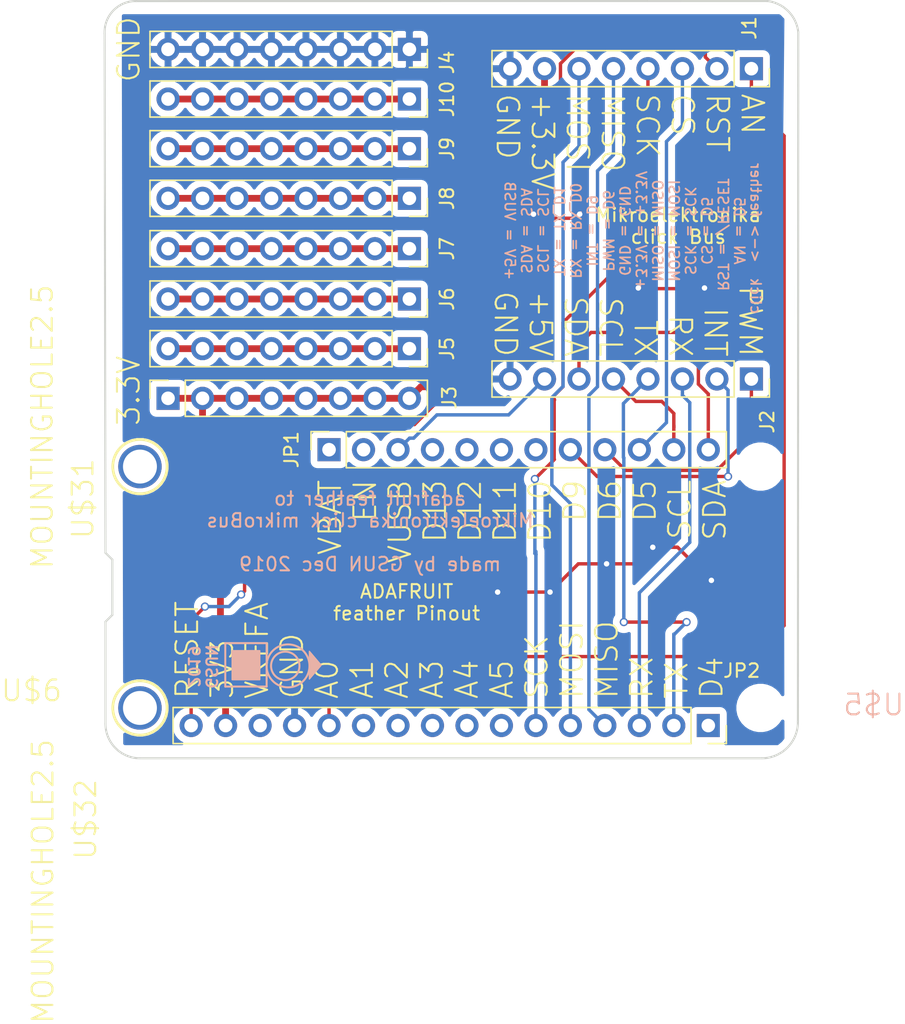
<source format=kicad_pcb>
(kicad_pcb (version 20171130) (host pcbnew "(5.1.2)-2")

  (general
    (thickness 1.6)
    (drawings 32)
    (tracks 199)
    (zones 0)
    (modules 18)
    (nets 35)
  )

  (page A4)
  (layers
    (0 Top signal)
    (31 Bottom signal)
    (32 B.Adhes user)
    (33 F.Adhes user)
    (34 B.Paste user)
    (35 F.Paste user hide)
    (36 B.SilkS user)
    (37 F.SilkS user)
    (38 B.Mask user hide)
    (39 F.Mask user hide)
    (40 Dwgs.User user hide)
    (41 Cmts.User user hide)
    (42 Eco1.User user hide)
    (43 Eco2.User user)
    (44 Edge.Cuts user)
    (45 Margin user hide)
    (46 B.CrtYd user hide)
    (47 F.CrtYd user)
    (48 B.Fab user hide)
    (49 F.Fab user hide)
  )

  (setup
    (last_trace_width 0.25)
    (trace_clearance 0.2)
    (zone_clearance 0.508)
    (zone_45_only no)
    (trace_min 0.2)
    (via_size 0.6)
    (via_drill 0.4)
    (via_min_size 0.4)
    (via_min_drill 0.3)
    (uvia_size 0.3)
    (uvia_drill 0.1)
    (uvias_allowed no)
    (uvia_min_size 0.2)
    (uvia_min_drill 0.1)
    (edge_width 0.15)
    (segment_width 0.2)
    (pcb_text_width 0.3)
    (pcb_text_size 1.5 1.5)
    (mod_edge_width 0.15)
    (mod_text_size 1 1)
    (mod_text_width 0.15)
    (pad_size 1 4.6)
    (pad_drill 0)
    (pad_to_mask_clearance 0.2)
    (aux_axis_origin 174.0408 117.5004)
    (grid_origin 174.0916 117.6528)
    (visible_elements 7FFFFFFF)
    (pcbplotparams
      (layerselection 0x010f0_ffffffff)
      (usegerberextensions false)
      (usegerberattributes false)
      (usegerberadvancedattributes false)
      (creategerberjobfile true)
      (excludeedgelayer true)
      (linewidth 0.100000)
      (plotframeref false)
      (viasonmask false)
      (mode 1)
      (useauxorigin false)
      (hpglpennumber 1)
      (hpglpenspeed 20)
      (hpglpendiameter 15.000000)
      (psnegative false)
      (psa4output false)
      (plotreference true)
      (plotvalue true)
      (plotinvisibletext false)
      (padsonsilk false)
      (subtractmaskfromsilk false)
      (outputformat 1)
      (mirror false)
      (drillshape 0)
      (scaleselection 1)
      (outputdirectory "./"))
  )

  (net 0 "")
  (net 1 GND)
  (net 2 /+3.3V)
  (net 3 /MOSI)
  (net 4 /MISO)
  (net 5 /SCK)
  (net 6 /D5)
  (net 7 /~RESET)
  (net 8 /A0)
  (net 9 /VBUS)
  (net 10 /SDA)
  (net 11 /SCL)
  (net 12 /TX_D1)
  (net 13 /RX_D0)
  (net 14 /D9)
  (net 15 /D6)
  (net 16 /VBAT)
  (net 17 /EN)
  (net 18 /D13)
  (net 19 /D12)
  (net 20 /D11)
  (net 21 /D10)
  (net 22 /D4)
  (net 23 /A5)
  (net 24 /A4)
  (net 25 /A3)
  (net 26 /A2)
  (net 27 /A1)
  (net 28 /AREF)
  (net 29 "Net-(J5-Pad1)")
  (net 30 "Net-(J6-Pad1)")
  (net 31 "Net-(J7-Pad1)")
  (net 32 "Net-(J8-Pad1)")
  (net 33 "Net-(J9-Pad1)")
  (net 34 "Net-(J10-Pad1)")

  (net_class Default "This is the default net class."
    (clearance 0.2)
    (trace_width 0.25)
    (via_dia 0.6)
    (via_drill 0.4)
    (uvia_dia 0.3)
    (uvia_drill 0.1)
    (add_net /+3.3V)
    (add_net /A0)
    (add_net /A1)
    (add_net /A2)
    (add_net /A3)
    (add_net /A4)
    (add_net /A5)
    (add_net /AREF)
    (add_net /D10)
    (add_net /D11)
    (add_net /D12)
    (add_net /D13)
    (add_net /D4)
    (add_net /D5)
    (add_net /D6)
    (add_net /D9)
    (add_net /EN)
    (add_net /MISO)
    (add_net /MOSI)
    (add_net /RX_D0)
    (add_net /SCK)
    (add_net /SCL)
    (add_net /SDA)
    (add_net /TX_D1)
    (add_net /VBAT)
    (add_net /VBUS)
    (add_net /~RESET)
    (add_net GND)
    (add_net "Net-(J10-Pad1)")
    (add_net "Net-(J5-Pad1)")
    (add_net "Net-(J6-Pad1)")
    (add_net "Net-(J7-Pad1)")
    (add_net "Net-(J8-Pad1)")
    (add_net "Net-(J9-Pad1)")
  )

  (module Connector_PinSocket_2.54mm:PinSocket_1x08_P2.54mm_Vertical (layer Top) (tedit 5A19A420) (tstamp 5DE173ED)
    (at 170.688 66.802 270)
    (descr "Through hole straight socket strip, 1x08, 2.54mm pitch, single row (from Kicad 4.0.7), script generated")
    (tags "Through hole socket strip THT 1x08 2.54mm single row")
    (path /5DE0516E)
    (fp_text reference J1 (at -2.9972 0.1524 270) (layer F.SilkS)
      (effects (font (size 1 1) (thickness 0.15)))
    )
    (fp_text value Conn_01x08 (at 0 20.55 270) (layer F.Fab)
      (effects (font (size 1 1) (thickness 0.15)))
    )
    (fp_text user %R (at 0 8.89 180) (layer F.Fab)
      (effects (font (size 1 1) (thickness 0.15)))
    )
    (fp_line (start -1.8 19.55) (end -1.8 -1.8) (layer F.CrtYd) (width 0.05))
    (fp_line (start 1.75 19.55) (end -1.8 19.55) (layer F.CrtYd) (width 0.05))
    (fp_line (start 1.75 -1.8) (end 1.75 19.55) (layer F.CrtYd) (width 0.05))
    (fp_line (start -1.8 -1.8) (end 1.75 -1.8) (layer F.CrtYd) (width 0.05))
    (fp_line (start 0 -1.33) (end 1.33 -1.33) (layer F.SilkS) (width 0.12))
    (fp_line (start 1.33 -1.33) (end 1.33 0) (layer F.SilkS) (width 0.12))
    (fp_line (start 1.33 1.27) (end 1.33 19.11) (layer F.SilkS) (width 0.12))
    (fp_line (start -1.33 19.11) (end 1.33 19.11) (layer F.SilkS) (width 0.12))
    (fp_line (start -1.33 1.27) (end -1.33 19.11) (layer F.SilkS) (width 0.12))
    (fp_line (start -1.33 1.27) (end 1.33 1.27) (layer F.SilkS) (width 0.12))
    (fp_line (start -1.27 19.05) (end -1.27 -1.27) (layer F.Fab) (width 0.1))
    (fp_line (start 1.27 19.05) (end -1.27 19.05) (layer F.Fab) (width 0.1))
    (fp_line (start 1.27 -0.635) (end 1.27 19.05) (layer F.Fab) (width 0.1))
    (fp_line (start 0.635 -1.27) (end 1.27 -0.635) (layer F.Fab) (width 0.1))
    (fp_line (start -1.27 -1.27) (end 0.635 -1.27) (layer F.Fab) (width 0.1))
    (pad 8 thru_hole oval (at 0 17.78 270) (size 1.7 1.7) (drill 1) (layers *.Cu *.Mask)
      (net 1 GND))
    (pad 7 thru_hole oval (at 0 15.24 270) (size 1.7 1.7) (drill 1) (layers *.Cu *.Mask)
      (net 2 /+3.3V))
    (pad 6 thru_hole oval (at 0 12.7 270) (size 1.7 1.7) (drill 1) (layers *.Cu *.Mask)
      (net 3 /MOSI))
    (pad 5 thru_hole oval (at 0 10.16 270) (size 1.7 1.7) (drill 1) (layers *.Cu *.Mask)
      (net 4 /MISO))
    (pad 4 thru_hole oval (at 0 7.62 270) (size 1.7 1.7) (drill 1) (layers *.Cu *.Mask)
      (net 5 /SCK))
    (pad 3 thru_hole oval (at 0 5.08 270) (size 1.7 1.7) (drill 1) (layers *.Cu *.Mask)
      (net 6 /D5))
    (pad 2 thru_hole oval (at 0 2.54 270) (size 1.7 1.7) (drill 1) (layers *.Cu *.Mask)
      (net 7 /~RESET))
    (pad 1 thru_hole rect (at 0 0 270) (size 1.7 1.7) (drill 1) (layers *.Cu *.Mask)
      (net 8 /A0))
    (model ${KISYS3DMOD}/Connector_PinSocket_2.54mm.3dshapes/PinSocket_1x08_P2.54mm_Vertical.wrl
      (at (xyz 0 0 0))
      (scale (xyz 1 1 1))
      (rotate (xyz 0 0 0))
    )
  )

  (module Connector_PinSocket_2.54mm:PinSocket_1x08_P2.54mm_Vertical (layer Top) (tedit 5A19A420) (tstamp 5DE17409)
    (at 170.688 89.662 270)
    (descr "Through hole straight socket strip, 1x08, 2.54mm pitch, single row (from Kicad 4.0.7), script generated")
    (tags "Through hole socket strip THT 1x08 2.54mm single row")
    (path /5DE08B75)
    (fp_text reference J2 (at 3.1496 -1.1684 90) (layer F.SilkS)
      (effects (font (size 1 1) (thickness 0.15)))
    )
    (fp_text value Conn_01x08 (at 0 20.55 90) (layer F.Fab)
      (effects (font (size 1 1) (thickness 0.15)))
    )
    (fp_text user %R (at 0 8.89) (layer F.Fab)
      (effects (font (size 1 1) (thickness 0.15)))
    )
    (fp_line (start -1.8 19.55) (end -1.8 -1.8) (layer F.CrtYd) (width 0.05))
    (fp_line (start 1.75 19.55) (end -1.8 19.55) (layer F.CrtYd) (width 0.05))
    (fp_line (start 1.75 -1.8) (end 1.75 19.55) (layer F.CrtYd) (width 0.05))
    (fp_line (start -1.8 -1.8) (end 1.75 -1.8) (layer F.CrtYd) (width 0.05))
    (fp_line (start 0 -1.33) (end 1.33 -1.33) (layer F.SilkS) (width 0.12))
    (fp_line (start 1.33 -1.33) (end 1.33 0) (layer F.SilkS) (width 0.12))
    (fp_line (start 1.33 1.27) (end 1.33 19.11) (layer F.SilkS) (width 0.12))
    (fp_line (start -1.33 19.11) (end 1.33 19.11) (layer F.SilkS) (width 0.12))
    (fp_line (start -1.33 1.27) (end -1.33 19.11) (layer F.SilkS) (width 0.12))
    (fp_line (start -1.33 1.27) (end 1.33 1.27) (layer F.SilkS) (width 0.12))
    (fp_line (start -1.27 19.05) (end -1.27 -1.27) (layer F.Fab) (width 0.1))
    (fp_line (start 1.27 19.05) (end -1.27 19.05) (layer F.Fab) (width 0.1))
    (fp_line (start 1.27 -0.635) (end 1.27 19.05) (layer F.Fab) (width 0.1))
    (fp_line (start 0.635 -1.27) (end 1.27 -0.635) (layer F.Fab) (width 0.1))
    (fp_line (start -1.27 -1.27) (end 0.635 -1.27) (layer F.Fab) (width 0.1))
    (pad 8 thru_hole oval (at 0 17.78 270) (size 1.7 1.7) (drill 1) (layers *.Cu *.Mask)
      (net 1 GND))
    (pad 7 thru_hole oval (at 0 15.24 270) (size 1.7 1.7) (drill 1) (layers *.Cu *.Mask)
      (net 9 /VBUS))
    (pad 6 thru_hole oval (at 0 12.7 270) (size 1.7 1.7) (drill 1) (layers *.Cu *.Mask)
      (net 10 /SDA))
    (pad 5 thru_hole oval (at 0 10.16 270) (size 1.7 1.7) (drill 1) (layers *.Cu *.Mask)
      (net 11 /SCL))
    (pad 4 thru_hole oval (at 0 7.62 270) (size 1.7 1.7) (drill 1) (layers *.Cu *.Mask)
      (net 12 /TX_D1))
    (pad 3 thru_hole oval (at 0 5.08 270) (size 1.7 1.7) (drill 1) (layers *.Cu *.Mask)
      (net 13 /RX_D0))
    (pad 2 thru_hole oval (at 0 2.54 270) (size 1.7 1.7) (drill 1) (layers *.Cu *.Mask)
      (net 14 /D9))
    (pad 1 thru_hole rect (at 0 0 270) (size 1.7 1.7) (drill 1) (layers *.Cu *.Mask)
      (net 15 /D6))
    (model ${KISYS3DMOD}/Connector_PinSocket_2.54mm.3dshapes/PinSocket_1x08_P2.54mm_Vertical.wrl
      (at (xyz 0 0 0))
      (scale (xyz 1 1 1))
      (rotate (xyz 0 0 0))
    )
  )

  (module "" (layer Top) (tedit 0) (tstamp 0)
    (at 171.3611 96.1136)
    (fp_text reference @HOLE0 (at 8.0645 0) (layer F.SilkS) hide
      (effects (font (size 1.524 1.524) (thickness 0.15)))
    )
    (fp_text value "" (at 0 0) (layer F.SilkS)
      (effects (font (size 1.524 1.524) (thickness 0.15)))
    )
    (pad "" np_thru_hole circle (at 0 0) (size 2.54 2.54) (drill 2.54) (layers *.Cu))
  )

  (module "" (layer Top) (tedit 0) (tstamp 0)
    (at 171.3611 113.8936)
    (fp_text reference @HOLE1 (at 8.6233 0.1016) (layer F.SilkS) hide
      (effects (font (size 1.524 1.524) (thickness 0.15)))
    )
    (fp_text value "" (at 0 0) (layer F.SilkS)
      (effects (font (size 1.524 1.524) (thickness 0.15)))
    )
    (pad "" np_thru_hole circle (at 0 0) (size 2.54 2.54) (drill 2.54) (layers *.Cu))
  )

  (module MOUNTINGHOLE_2.5_PLATED (layer Top) (tedit 0) (tstamp 5B97D771)
    (at 125.6411 96.1136 270)
    (fp_text reference U$31 (at -0.7112 5.0927 270) (layer F.SilkS)
      (effects (font (size 1.524 1.524) (thickness 0.15)) (justify right top))
    )
    (fp_text value MOUNTINGHOLE2.5 (at -13.5128 8.0899 270) (layer F.SilkS)
      (effects (font (size 1.524 1.524) (thickness 0.15)) (justify right top))
    )
    (fp_circle (center 0 0) (end 2 0) (layer F.SilkS) (width 0.2032))
    (fp_circle (center 0 0) (end 1 0) (layer Cmts.User) (width 2.032))
    (fp_circle (center 0 0) (end 1 0) (layer Cmts.User) (width 2.032))
    (fp_circle (center 0 0) (end 1 0) (layer Cmts.User) (width 2.032))
    (fp_circle (center 0 0) (end 1 0) (layer Cmts.User) (width 2.032))
    (pad P$1 thru_hole circle (at 0 0 270) (size 3.2 3.2) (drill 2.5) (layers *.Cu *.Mask))
  )

  (module MOUNTINGHOLE_2.5_PLATED (layer Top) (tedit 0) (tstamp 5B97D77A)
    (at 125.6411 113.8936 270)
    (fp_text reference U$32 (at 5.1308 4.8895 270) (layer F.SilkS)
      (effects (font (size 1.524 1.524) (thickness 0.15)) (justify right top))
    )
    (fp_text value MOUNTINGHOLE2.5 (at 2.1844 8.0391 270) (layer F.SilkS)
      (effects (font (size 1.524 1.524) (thickness 0.15)) (justify right top))
    )
    (fp_circle (center 0 0) (end 2 0) (layer F.SilkS) (width 0.2032))
    (fp_circle (center 0 0) (end 1 0) (layer Cmts.User) (width 2.032))
    (fp_circle (center 0 0) (end 1 0) (layer Cmts.User) (width 2.032))
    (fp_circle (center 0 0) (end 1 0) (layer Cmts.User) (width 2.032))
    (fp_circle (center 0 0) (end 1 0) (layer Cmts.User) (width 2.032))
    (pad P$1 thru_hole circle (at 0 0 270) (size 3.2 3.2) (drill 2.5) (layers *.Cu *.Mask))
  )

  (module FEATHERM4_BOT (layer Bottom) (tedit 0) (tstamp 5B97DA51)
    (at 173.9011 116.4336 180)
    (fp_text reference U$5 (at -5.8039 2.7686 180) (layer B.SilkS)
      (effects (font (size 1.524 1.524) (thickness 0.15)) (justify mirror))
    )
    (fp_text value "" (at 0 0 180) (layer B.SilkS)
      (effects (font (size 1.524 1.524) (thickness 0.15)) (justify mirror))
    )
  )

  (module FEATHERM4_TOP (layer Top) (tedit 0) (tstamp 5B97DA54)
    (at 123.1011 116.4336)
    (fp_text reference U$6 (at -5.4483 -3.81) (layer F.SilkS)
      (effects (font (size 1.524 1.524) (thickness 0.15)))
    )
    (fp_text value "" (at 0 0) (layer F.SilkS)
      (effects (font (size 1.524 1.524) (thickness 0.15)))
    )
  )

  (module Connector_PinSocket_2.54mm:PinSocket_1x12_P2.54mm_Vertical (layer Top) (tedit 5A19A41D) (tstamp 5DE17854)
    (at 139.573 94.869 90)
    (descr "Through hole straight socket strip, 1x12, 2.54mm pitch, single row (from Kicad 4.0.7), script generated")
    (tags "Through hole socket strip THT 1x12 2.54mm single row")
    (path /5B97E449)
    (fp_text reference JP1 (at 0 -2.77 90) (layer F.SilkS)
      (effects (font (size 1 1) (thickness 0.15)))
    )
    (fp_text value ~ (at 0 30.71 90) (layer F.Fab)
      (effects (font (size 1 1) (thickness 0.15)))
    )
    (fp_text user %R (at 0 13.97) (layer F.Fab)
      (effects (font (size 1 1) (thickness 0.15)))
    )
    (fp_line (start -1.8 29.7) (end -1.8 -1.8) (layer F.CrtYd) (width 0.05))
    (fp_line (start 1.75 29.7) (end -1.8 29.7) (layer F.CrtYd) (width 0.05))
    (fp_line (start 1.75 -1.8) (end 1.75 29.7) (layer F.CrtYd) (width 0.05))
    (fp_line (start -1.8 -1.8) (end 1.75 -1.8) (layer F.CrtYd) (width 0.05))
    (fp_line (start 0 -1.33) (end 1.33 -1.33) (layer F.SilkS) (width 0.12))
    (fp_line (start 1.33 -1.33) (end 1.33 0) (layer F.SilkS) (width 0.12))
    (fp_line (start 1.33 1.27) (end 1.33 29.27) (layer F.SilkS) (width 0.12))
    (fp_line (start -1.33 29.27) (end 1.33 29.27) (layer F.SilkS) (width 0.12))
    (fp_line (start -1.33 1.27) (end -1.33 29.27) (layer F.SilkS) (width 0.12))
    (fp_line (start -1.33 1.27) (end 1.33 1.27) (layer F.SilkS) (width 0.12))
    (fp_line (start -1.27 29.21) (end -1.27 -1.27) (layer F.Fab) (width 0.1))
    (fp_line (start 1.27 29.21) (end -1.27 29.21) (layer F.Fab) (width 0.1))
    (fp_line (start 1.27 -0.635) (end 1.27 29.21) (layer F.Fab) (width 0.1))
    (fp_line (start 0.635 -1.27) (end 1.27 -0.635) (layer F.Fab) (width 0.1))
    (fp_line (start -1.27 -1.27) (end 0.635 -1.27) (layer F.Fab) (width 0.1))
    (pad 12 thru_hole oval (at 0 27.94 90) (size 1.7 1.7) (drill 1) (layers *.Cu *.Mask)
      (net 10 /SDA))
    (pad 11 thru_hole oval (at 0 25.4 90) (size 1.7 1.7) (drill 1) (layers *.Cu *.Mask)
      (net 11 /SCL))
    (pad 10 thru_hole oval (at 0 22.86 90) (size 1.7 1.7) (drill 1) (layers *.Cu *.Mask)
      (net 6 /D5))
    (pad 9 thru_hole oval (at 0 20.32 90) (size 1.7 1.7) (drill 1) (layers *.Cu *.Mask)
      (net 15 /D6))
    (pad 8 thru_hole oval (at 0 17.78 90) (size 1.7 1.7) (drill 1) (layers *.Cu *.Mask)
      (net 14 /D9))
    (pad 7 thru_hole oval (at 0 15.24 90) (size 1.7 1.7) (drill 1) (layers *.Cu *.Mask)
      (net 21 /D10))
    (pad 6 thru_hole oval (at 0 12.7 90) (size 1.7 1.7) (drill 1) (layers *.Cu *.Mask)
      (net 20 /D11))
    (pad 5 thru_hole oval (at 0 10.16 90) (size 1.7 1.7) (drill 1) (layers *.Cu *.Mask)
      (net 19 /D12))
    (pad 4 thru_hole oval (at 0 7.62 90) (size 1.7 1.7) (drill 1) (layers *.Cu *.Mask)
      (net 18 /D13))
    (pad 3 thru_hole oval (at 0 5.08 90) (size 1.7 1.7) (drill 1) (layers *.Cu *.Mask)
      (net 9 /VBUS))
    (pad 2 thru_hole oval (at 0 2.54 90) (size 1.7 1.7) (drill 1) (layers *.Cu *.Mask)
      (net 17 /EN))
    (pad 1 thru_hole rect (at 0 0 90) (size 1.7 1.7) (drill 1) (layers *.Cu *.Mask)
      (net 16 /VBAT))
    (model ${KISYS3DMOD}/Connector_PinSocket_2.54mm.3dshapes/PinSocket_1x12_P2.54mm_Vertical.wrl
      (at (xyz 0 0 0))
      (scale (xyz 1 1 1))
      (rotate (xyz 0 0 0))
    )
  )

  (module Connector_PinSocket_2.54mm:PinSocket_1x16_P2.54mm_Vertical (layer Top) (tedit 5A19A41E) (tstamp 5DE17878)
    (at 167.513 115.189 270)
    (descr "Through hole straight socket strip, 1x16, 2.54mm pitch, single row (from Kicad 4.0.7), script generated")
    (tags "Through hole socket strip THT 1x16 2.54mm single row")
    (path /5B97E381)
    (fp_text reference JP2 (at -4.0386 -2.4638) (layer F.SilkS)
      (effects (font (size 1 1) (thickness 0.15)))
    )
    (fp_text value ~ (at 0 40.87 90) (layer F.Fab)
      (effects (font (size 1 1) (thickness 0.15)))
    )
    (fp_text user %R (at 0 19.05) (layer F.Fab)
      (effects (font (size 1 1) (thickness 0.15)))
    )
    (fp_line (start -1.8 39.9) (end -1.8 -1.8) (layer F.CrtYd) (width 0.05))
    (fp_line (start 1.75 39.9) (end -1.8 39.9) (layer F.CrtYd) (width 0.05))
    (fp_line (start 1.75 -1.8) (end 1.75 39.9) (layer F.CrtYd) (width 0.05))
    (fp_line (start -1.8 -1.8) (end 1.75 -1.8) (layer F.CrtYd) (width 0.05))
    (fp_line (start 0 -1.33) (end 1.33 -1.33) (layer F.SilkS) (width 0.12))
    (fp_line (start 1.33 -1.33) (end 1.33 0) (layer F.SilkS) (width 0.12))
    (fp_line (start 1.33 1.27) (end 1.33 39.43) (layer F.SilkS) (width 0.12))
    (fp_line (start -1.33 39.43) (end 1.33 39.43) (layer F.SilkS) (width 0.12))
    (fp_line (start -1.33 1.27) (end -1.33 39.43) (layer F.SilkS) (width 0.12))
    (fp_line (start -1.33 1.27) (end 1.33 1.27) (layer F.SilkS) (width 0.12))
    (fp_line (start -1.27 39.37) (end -1.27 -1.27) (layer F.Fab) (width 0.1))
    (fp_line (start 1.27 39.37) (end -1.27 39.37) (layer F.Fab) (width 0.1))
    (fp_line (start 1.27 -0.635) (end 1.27 39.37) (layer F.Fab) (width 0.1))
    (fp_line (start 0.635 -1.27) (end 1.27 -0.635) (layer F.Fab) (width 0.1))
    (fp_line (start -1.27 -1.27) (end 0.635 -1.27) (layer F.Fab) (width 0.1))
    (pad 16 thru_hole oval (at 0 38.1 270) (size 1.7 1.7) (drill 1) (layers *.Cu *.Mask)
      (net 7 /~RESET))
    (pad 15 thru_hole oval (at 0 35.56 270) (size 1.7 1.7) (drill 1) (layers *.Cu *.Mask)
      (net 2 /+3.3V))
    (pad 14 thru_hole oval (at 0 33.02 270) (size 1.7 1.7) (drill 1) (layers *.Cu *.Mask)
      (net 28 /AREF))
    (pad 13 thru_hole oval (at 0 30.48 270) (size 1.7 1.7) (drill 1) (layers *.Cu *.Mask)
      (net 1 GND))
    (pad 12 thru_hole oval (at 0 27.94 270) (size 1.7 1.7) (drill 1) (layers *.Cu *.Mask)
      (net 8 /A0))
    (pad 11 thru_hole oval (at 0 25.4 270) (size 1.7 1.7) (drill 1) (layers *.Cu *.Mask)
      (net 27 /A1))
    (pad 10 thru_hole oval (at 0 22.86 270) (size 1.7 1.7) (drill 1) (layers *.Cu *.Mask)
      (net 26 /A2))
    (pad 9 thru_hole oval (at 0 20.32 270) (size 1.7 1.7) (drill 1) (layers *.Cu *.Mask)
      (net 25 /A3))
    (pad 8 thru_hole oval (at 0 17.78 270) (size 1.7 1.7) (drill 1) (layers *.Cu *.Mask)
      (net 24 /A4))
    (pad 7 thru_hole oval (at 0 15.24 270) (size 1.7 1.7) (drill 1) (layers *.Cu *.Mask)
      (net 23 /A5))
    (pad 6 thru_hole oval (at 0 12.7 270) (size 1.7 1.7) (drill 1) (layers *.Cu *.Mask)
      (net 5 /SCK))
    (pad 5 thru_hole oval (at 0 10.16 270) (size 1.7 1.7) (drill 1) (layers *.Cu *.Mask)
      (net 3 /MOSI))
    (pad 4 thru_hole oval (at 0 7.62 270) (size 1.7 1.7) (drill 1) (layers *.Cu *.Mask)
      (net 4 /MISO))
    (pad 3 thru_hole oval (at 0 5.08 270) (size 1.7 1.7) (drill 1) (layers *.Cu *.Mask)
      (net 13 /RX_D0))
    (pad 2 thru_hole oval (at 0 2.54 270) (size 1.7 1.7) (drill 1) (layers *.Cu *.Mask)
      (net 12 /TX_D1))
    (pad 1 thru_hole rect (at 0 0 270) (size 1.7 1.7) (drill 1) (layers *.Cu *.Mask)
      (net 22 /D4))
    (model ${KISYS3DMOD}/Connector_PinSocket_2.54mm.3dshapes/PinSocket_1x16_P2.54mm_Vertical.wrl
      (at (xyz 0 0 0))
      (scale (xyz 1 1 1))
      (rotate (xyz 0 0 0))
    )
  )

  (module Connector_PinSocket_2.54mm:PinSocket_1x08_P2.54mm_Vertical (layer Top) (tedit 5A19A420) (tstamp 5DE1DDAA)
    (at 127.7112 91.0844 90)
    (descr "Through hole straight socket strip, 1x08, 2.54mm pitch, single row (from Kicad 4.0.7), script generated")
    (tags "Through hole socket strip THT 1x08 2.54mm single row")
    (path /5DE266C0)
    (fp_text reference J3 (at 0.0508 20.7264 90) (layer F.SilkS)
      (effects (font (size 1 1) (thickness 0.15)))
    )
    (fp_text value Conn_01x08 (at 0 20.55 90) (layer F.Fab)
      (effects (font (size 1 1) (thickness 0.15)))
    )
    (fp_line (start -1.27 -1.27) (end 0.635 -1.27) (layer F.Fab) (width 0.1))
    (fp_line (start 0.635 -1.27) (end 1.27 -0.635) (layer F.Fab) (width 0.1))
    (fp_line (start 1.27 -0.635) (end 1.27 19.05) (layer F.Fab) (width 0.1))
    (fp_line (start 1.27 19.05) (end -1.27 19.05) (layer F.Fab) (width 0.1))
    (fp_line (start -1.27 19.05) (end -1.27 -1.27) (layer F.Fab) (width 0.1))
    (fp_line (start -1.33 1.27) (end 1.33 1.27) (layer F.SilkS) (width 0.12))
    (fp_line (start -1.33 1.27) (end -1.33 19.11) (layer F.SilkS) (width 0.12))
    (fp_line (start -1.33 19.11) (end 1.33 19.11) (layer F.SilkS) (width 0.12))
    (fp_line (start 1.33 1.27) (end 1.33 19.11) (layer F.SilkS) (width 0.12))
    (fp_line (start 1.33 -1.33) (end 1.33 0) (layer F.SilkS) (width 0.12))
    (fp_line (start 0 -1.33) (end 1.33 -1.33) (layer F.SilkS) (width 0.12))
    (fp_line (start -1.8 -1.8) (end 1.75 -1.8) (layer F.CrtYd) (width 0.05))
    (fp_line (start 1.75 -1.8) (end 1.75 19.55) (layer F.CrtYd) (width 0.05))
    (fp_line (start 1.75 19.55) (end -1.8 19.55) (layer F.CrtYd) (width 0.05))
    (fp_line (start -1.8 19.55) (end -1.8 -1.8) (layer F.CrtYd) (width 0.05))
    (fp_text user %R (at 0 8.89) (layer F.Fab)
      (effects (font (size 1 1) (thickness 0.15)))
    )
    (pad 1 thru_hole rect (at 0 0 90) (size 1.7 1.7) (drill 1) (layers *.Cu *.Mask)
      (net 2 /+3.3V))
    (pad 2 thru_hole oval (at 0 2.54 90) (size 1.7 1.7) (drill 1) (layers *.Cu *.Mask)
      (net 2 /+3.3V))
    (pad 3 thru_hole oval (at 0 5.08 90) (size 1.7 1.7) (drill 1) (layers *.Cu *.Mask)
      (net 2 /+3.3V))
    (pad 4 thru_hole oval (at 0 7.62 90) (size 1.7 1.7) (drill 1) (layers *.Cu *.Mask)
      (net 2 /+3.3V))
    (pad 5 thru_hole oval (at 0 10.16 90) (size 1.7 1.7) (drill 1) (layers *.Cu *.Mask)
      (net 2 /+3.3V))
    (pad 6 thru_hole oval (at 0 12.7 90) (size 1.7 1.7) (drill 1) (layers *.Cu *.Mask)
      (net 2 /+3.3V))
    (pad 7 thru_hole oval (at 0 15.24 90) (size 1.7 1.7) (drill 1) (layers *.Cu *.Mask)
      (net 2 /+3.3V))
    (pad 8 thru_hole oval (at 0 17.78 90) (size 1.7 1.7) (drill 1) (layers *.Cu *.Mask)
      (net 2 /+3.3V))
    (model ${KISYS3DMOD}/Connector_PinSocket_2.54mm.3dshapes/PinSocket_1x08_P2.54mm_Vertical.wrl
      (at (xyz 0 0 0))
      (scale (xyz 1 1 1))
      (rotate (xyz 0 0 0))
    )
  )

  (module Connector_PinSocket_2.54mm:PinSocket_1x08_P2.54mm_Vertical (layer Top) (tedit 5A19A420) (tstamp 5DE1DDC6)
    (at 145.4912 65.3796 270)
    (descr "Through hole straight socket strip, 1x08, 2.54mm pitch, single row (from Kicad 4.0.7), script generated")
    (tags "Through hole socket strip THT 1x08 2.54mm single row")
    (path /5DE2901F)
    (fp_text reference J4 (at 0.9652 -2.77 90) (layer F.SilkS)
      (effects (font (size 1 1) (thickness 0.15)))
    )
    (fp_text value Conn_01x08 (at 0 20.55 90) (layer F.Fab)
      (effects (font (size 1 1) (thickness 0.15)))
    )
    (fp_text user %R (at 0 8.89) (layer F.Fab)
      (effects (font (size 1 1) (thickness 0.15)))
    )
    (fp_line (start -1.8 19.55) (end -1.8 -1.8) (layer F.CrtYd) (width 0.05))
    (fp_line (start 1.75 19.55) (end -1.8 19.55) (layer F.CrtYd) (width 0.05))
    (fp_line (start 1.75 -1.8) (end 1.75 19.55) (layer F.CrtYd) (width 0.05))
    (fp_line (start -1.8 -1.8) (end 1.75 -1.8) (layer F.CrtYd) (width 0.05))
    (fp_line (start 0 -1.33) (end 1.33 -1.33) (layer F.SilkS) (width 0.12))
    (fp_line (start 1.33 -1.33) (end 1.33 0) (layer F.SilkS) (width 0.12))
    (fp_line (start 1.33 1.27) (end 1.33 19.11) (layer F.SilkS) (width 0.12))
    (fp_line (start -1.33 19.11) (end 1.33 19.11) (layer F.SilkS) (width 0.12))
    (fp_line (start -1.33 1.27) (end -1.33 19.11) (layer F.SilkS) (width 0.12))
    (fp_line (start -1.33 1.27) (end 1.33 1.27) (layer F.SilkS) (width 0.12))
    (fp_line (start -1.27 19.05) (end -1.27 -1.27) (layer F.Fab) (width 0.1))
    (fp_line (start 1.27 19.05) (end -1.27 19.05) (layer F.Fab) (width 0.1))
    (fp_line (start 1.27 -0.635) (end 1.27 19.05) (layer F.Fab) (width 0.1))
    (fp_line (start 0.635 -1.27) (end 1.27 -0.635) (layer F.Fab) (width 0.1))
    (fp_line (start -1.27 -1.27) (end 0.635 -1.27) (layer F.Fab) (width 0.1))
    (pad 8 thru_hole oval (at 0 17.78 270) (size 1.7 1.7) (drill 1) (layers *.Cu *.Mask)
      (net 1 GND))
    (pad 7 thru_hole oval (at 0 15.24 270) (size 1.7 1.7) (drill 1) (layers *.Cu *.Mask)
      (net 1 GND))
    (pad 6 thru_hole oval (at 0 12.7 270) (size 1.7 1.7) (drill 1) (layers *.Cu *.Mask)
      (net 1 GND))
    (pad 5 thru_hole oval (at 0 10.16 270) (size 1.7 1.7) (drill 1) (layers *.Cu *.Mask)
      (net 1 GND))
    (pad 4 thru_hole oval (at 0 7.62 270) (size 1.7 1.7) (drill 1) (layers *.Cu *.Mask)
      (net 1 GND))
    (pad 3 thru_hole oval (at 0 5.08 270) (size 1.7 1.7) (drill 1) (layers *.Cu *.Mask)
      (net 1 GND))
    (pad 2 thru_hole oval (at 0 2.54 270) (size 1.7 1.7) (drill 1) (layers *.Cu *.Mask)
      (net 1 GND))
    (pad 1 thru_hole rect (at 0 0 270) (size 1.7 1.7) (drill 1) (layers *.Cu *.Mask)
      (net 1 GND))
    (model ${KISYS3DMOD}/Connector_PinSocket_2.54mm.3dshapes/PinSocket_1x08_P2.54mm_Vertical.wrl
      (at (xyz 0 0 0))
      (scale (xyz 1 1 1))
      (rotate (xyz 0 0 0))
    )
  )

  (module Connector_PinSocket_2.54mm:PinSocket_1x08_P2.54mm_Vertical (layer Top) (tedit 5A19A420) (tstamp 5DE4188B)
    (at 145.4912 87.4268 270)
    (descr "Through hole straight socket strip, 1x08, 2.54mm pitch, single row (from Kicad 4.0.7), script generated")
    (tags "Through hole socket strip THT 1x08 2.54mm single row")
    (path /5DE35FA1)
    (fp_text reference J5 (at 0 -2.77 90) (layer F.SilkS)
      (effects (font (size 1 1) (thickness 0.15)))
    )
    (fp_text value Conn_01x08 (at 0 20.55 90) (layer F.Fab)
      (effects (font (size 1 1) (thickness 0.15)))
    )
    (fp_text user %R (at 0 8.89) (layer F.Fab)
      (effects (font (size 1 1) (thickness 0.15)))
    )
    (fp_line (start -1.8 19.55) (end -1.8 -1.8) (layer F.CrtYd) (width 0.05))
    (fp_line (start 1.75 19.55) (end -1.8 19.55) (layer F.CrtYd) (width 0.05))
    (fp_line (start 1.75 -1.8) (end 1.75 19.55) (layer F.CrtYd) (width 0.05))
    (fp_line (start -1.8 -1.8) (end 1.75 -1.8) (layer F.CrtYd) (width 0.05))
    (fp_line (start 0 -1.33) (end 1.33 -1.33) (layer F.SilkS) (width 0.12))
    (fp_line (start 1.33 -1.33) (end 1.33 0) (layer F.SilkS) (width 0.12))
    (fp_line (start 1.33 1.27) (end 1.33 19.11) (layer F.SilkS) (width 0.12))
    (fp_line (start -1.33 19.11) (end 1.33 19.11) (layer F.SilkS) (width 0.12))
    (fp_line (start -1.33 1.27) (end -1.33 19.11) (layer F.SilkS) (width 0.12))
    (fp_line (start -1.33 1.27) (end 1.33 1.27) (layer F.SilkS) (width 0.12))
    (fp_line (start -1.27 19.05) (end -1.27 -1.27) (layer F.Fab) (width 0.1))
    (fp_line (start 1.27 19.05) (end -1.27 19.05) (layer F.Fab) (width 0.1))
    (fp_line (start 1.27 -0.635) (end 1.27 19.05) (layer F.Fab) (width 0.1))
    (fp_line (start 0.635 -1.27) (end 1.27 -0.635) (layer F.Fab) (width 0.1))
    (fp_line (start -1.27 -1.27) (end 0.635 -1.27) (layer F.Fab) (width 0.1))
    (pad 8 thru_hole oval (at 0 17.78 270) (size 1.7 1.7) (drill 1) (layers *.Cu *.Mask)
      (net 29 "Net-(J5-Pad1)"))
    (pad 7 thru_hole oval (at 0 15.24 270) (size 1.7 1.7) (drill 1) (layers *.Cu *.Mask)
      (net 29 "Net-(J5-Pad1)"))
    (pad 6 thru_hole oval (at 0 12.7 270) (size 1.7 1.7) (drill 1) (layers *.Cu *.Mask)
      (net 29 "Net-(J5-Pad1)"))
    (pad 5 thru_hole oval (at 0 10.16 270) (size 1.7 1.7) (drill 1) (layers *.Cu *.Mask)
      (net 29 "Net-(J5-Pad1)"))
    (pad 4 thru_hole oval (at 0 7.62 270) (size 1.7 1.7) (drill 1) (layers *.Cu *.Mask)
      (net 29 "Net-(J5-Pad1)"))
    (pad 3 thru_hole oval (at 0 5.08 270) (size 1.7 1.7) (drill 1) (layers *.Cu *.Mask)
      (net 29 "Net-(J5-Pad1)"))
    (pad 2 thru_hole oval (at 0 2.54 270) (size 1.7 1.7) (drill 1) (layers *.Cu *.Mask)
      (net 29 "Net-(J5-Pad1)"))
    (pad 1 thru_hole rect (at 0 0 270) (size 1.7 1.7) (drill 1) (layers *.Cu *.Mask)
      (net 29 "Net-(J5-Pad1)"))
    (model ${KISYS3DMOD}/Connector_PinSocket_2.54mm.3dshapes/PinSocket_1x08_P2.54mm_Vertical.wrl
      (at (xyz 0 0 0))
      (scale (xyz 1 1 1))
      (rotate (xyz 0 0 0))
    )
  )

  (module Connector_PinSocket_2.54mm:PinSocket_1x08_P2.54mm_Vertical (layer Top) (tedit 5A19A420) (tstamp 5DE418A7)
    (at 145.4912 83.7692 270)
    (descr "Through hole straight socket strip, 1x08, 2.54mm pitch, single row (from Kicad 4.0.7), script generated")
    (tags "Through hole socket strip THT 1x08 2.54mm single row")
    (path /5DE8F282)
    (fp_text reference J6 (at 0 -2.77 90) (layer F.SilkS)
      (effects (font (size 1 1) (thickness 0.15)))
    )
    (fp_text value Conn_01x08 (at 0 20.55 90) (layer F.Fab)
      (effects (font (size 1 1) (thickness 0.15)))
    )
    (fp_line (start -1.27 -1.27) (end 0.635 -1.27) (layer F.Fab) (width 0.1))
    (fp_line (start 0.635 -1.27) (end 1.27 -0.635) (layer F.Fab) (width 0.1))
    (fp_line (start 1.27 -0.635) (end 1.27 19.05) (layer F.Fab) (width 0.1))
    (fp_line (start 1.27 19.05) (end -1.27 19.05) (layer F.Fab) (width 0.1))
    (fp_line (start -1.27 19.05) (end -1.27 -1.27) (layer F.Fab) (width 0.1))
    (fp_line (start -1.33 1.27) (end 1.33 1.27) (layer F.SilkS) (width 0.12))
    (fp_line (start -1.33 1.27) (end -1.33 19.11) (layer F.SilkS) (width 0.12))
    (fp_line (start -1.33 19.11) (end 1.33 19.11) (layer F.SilkS) (width 0.12))
    (fp_line (start 1.33 1.27) (end 1.33 19.11) (layer F.SilkS) (width 0.12))
    (fp_line (start 1.33 -1.33) (end 1.33 0) (layer F.SilkS) (width 0.12))
    (fp_line (start 0 -1.33) (end 1.33 -1.33) (layer F.SilkS) (width 0.12))
    (fp_line (start -1.8 -1.8) (end 1.75 -1.8) (layer F.CrtYd) (width 0.05))
    (fp_line (start 1.75 -1.8) (end 1.75 19.55) (layer F.CrtYd) (width 0.05))
    (fp_line (start 1.75 19.55) (end -1.8 19.55) (layer F.CrtYd) (width 0.05))
    (fp_line (start -1.8 19.55) (end -1.8 -1.8) (layer F.CrtYd) (width 0.05))
    (fp_text user %R (at 0 8.89 90) (layer F.Fab)
      (effects (font (size 1 1) (thickness 0.15)))
    )
    (pad 1 thru_hole rect (at 0 0 270) (size 1.7 1.7) (drill 1) (layers *.Cu *.Mask)
      (net 30 "Net-(J6-Pad1)"))
    (pad 2 thru_hole oval (at 0 2.54 270) (size 1.7 1.7) (drill 1) (layers *.Cu *.Mask)
      (net 30 "Net-(J6-Pad1)"))
    (pad 3 thru_hole oval (at 0 5.08 270) (size 1.7 1.7) (drill 1) (layers *.Cu *.Mask)
      (net 30 "Net-(J6-Pad1)"))
    (pad 4 thru_hole oval (at 0 7.62 270) (size 1.7 1.7) (drill 1) (layers *.Cu *.Mask)
      (net 30 "Net-(J6-Pad1)"))
    (pad 5 thru_hole oval (at 0 10.16 270) (size 1.7 1.7) (drill 1) (layers *.Cu *.Mask)
      (net 30 "Net-(J6-Pad1)"))
    (pad 6 thru_hole oval (at 0 12.7 270) (size 1.7 1.7) (drill 1) (layers *.Cu *.Mask)
      (net 30 "Net-(J6-Pad1)"))
    (pad 7 thru_hole oval (at 0 15.24 270) (size 1.7 1.7) (drill 1) (layers *.Cu *.Mask)
      (net 30 "Net-(J6-Pad1)"))
    (pad 8 thru_hole oval (at 0 17.78 270) (size 1.7 1.7) (drill 1) (layers *.Cu *.Mask)
      (net 30 "Net-(J6-Pad1)"))
    (model ${KISYS3DMOD}/Connector_PinSocket_2.54mm.3dshapes/PinSocket_1x08_P2.54mm_Vertical.wrl
      (at (xyz 0 0 0))
      (scale (xyz 1 1 1))
      (rotate (xyz 0 0 0))
    )
  )

  (module Connector_PinSocket_2.54mm:PinSocket_1x08_P2.54mm_Vertical (layer Top) (tedit 5A19A420) (tstamp 5DE418C3)
    (at 145.4912 80.0608 270)
    (descr "Through hole straight socket strip, 1x08, 2.54mm pitch, single row (from Kicad 4.0.7), script generated")
    (tags "Through hole socket strip THT 1x08 2.54mm single row")
    (path /5DF05F39)
    (fp_text reference J7 (at 0 -2.77 90) (layer F.SilkS)
      (effects (font (size 1 1) (thickness 0.15)))
    )
    (fp_text value Conn_01x08 (at 0 20.55 90) (layer F.Fab)
      (effects (font (size 1 1) (thickness 0.15)))
    )
    (fp_line (start -1.27 -1.27) (end 0.635 -1.27) (layer F.Fab) (width 0.1))
    (fp_line (start 0.635 -1.27) (end 1.27 -0.635) (layer F.Fab) (width 0.1))
    (fp_line (start 1.27 -0.635) (end 1.27 19.05) (layer F.Fab) (width 0.1))
    (fp_line (start 1.27 19.05) (end -1.27 19.05) (layer F.Fab) (width 0.1))
    (fp_line (start -1.27 19.05) (end -1.27 -1.27) (layer F.Fab) (width 0.1))
    (fp_line (start -1.33 1.27) (end 1.33 1.27) (layer F.SilkS) (width 0.12))
    (fp_line (start -1.33 1.27) (end -1.33 19.11) (layer F.SilkS) (width 0.12))
    (fp_line (start -1.33 19.11) (end 1.33 19.11) (layer F.SilkS) (width 0.12))
    (fp_line (start 1.33 1.27) (end 1.33 19.11) (layer F.SilkS) (width 0.12))
    (fp_line (start 1.33 -1.33) (end 1.33 0) (layer F.SilkS) (width 0.12))
    (fp_line (start 0 -1.33) (end 1.33 -1.33) (layer F.SilkS) (width 0.12))
    (fp_line (start -1.8 -1.8) (end 1.75 -1.8) (layer F.CrtYd) (width 0.05))
    (fp_line (start 1.75 -1.8) (end 1.75 19.55) (layer F.CrtYd) (width 0.05))
    (fp_line (start 1.75 19.55) (end -1.8 19.55) (layer F.CrtYd) (width 0.05))
    (fp_line (start -1.8 19.55) (end -1.8 -1.8) (layer F.CrtYd) (width 0.05))
    (fp_text user %R (at 0 8.89) (layer F.Fab)
      (effects (font (size 1 1) (thickness 0.15)))
    )
    (pad 1 thru_hole rect (at 0 0 270) (size 1.7 1.7) (drill 1) (layers *.Cu *.Mask)
      (net 31 "Net-(J7-Pad1)"))
    (pad 2 thru_hole oval (at 0 2.54 270) (size 1.7 1.7) (drill 1) (layers *.Cu *.Mask)
      (net 31 "Net-(J7-Pad1)"))
    (pad 3 thru_hole oval (at 0 5.08 270) (size 1.7 1.7) (drill 1) (layers *.Cu *.Mask)
      (net 31 "Net-(J7-Pad1)"))
    (pad 4 thru_hole oval (at 0 7.62 270) (size 1.7 1.7) (drill 1) (layers *.Cu *.Mask)
      (net 31 "Net-(J7-Pad1)"))
    (pad 5 thru_hole oval (at 0 10.16 270) (size 1.7 1.7) (drill 1) (layers *.Cu *.Mask)
      (net 31 "Net-(J7-Pad1)"))
    (pad 6 thru_hole oval (at 0 12.7 270) (size 1.7 1.7) (drill 1) (layers *.Cu *.Mask)
      (net 31 "Net-(J7-Pad1)"))
    (pad 7 thru_hole oval (at 0 15.24 270) (size 1.7 1.7) (drill 1) (layers *.Cu *.Mask)
      (net 31 "Net-(J7-Pad1)"))
    (pad 8 thru_hole oval (at 0 17.78 270) (size 1.7 1.7) (drill 1) (layers *.Cu *.Mask)
      (net 31 "Net-(J7-Pad1)"))
    (model ${KISYS3DMOD}/Connector_PinSocket_2.54mm.3dshapes/PinSocket_1x08_P2.54mm_Vertical.wrl
      (at (xyz 0 0 0))
      (scale (xyz 1 1 1))
      (rotate (xyz 0 0 0))
    )
  )

  (module Connector_PinSocket_2.54mm:PinSocket_1x08_P2.54mm_Vertical (layer Top) (tedit 5A19A420) (tstamp 5DE418DF)
    (at 145.4912 76.3524 270)
    (descr "Through hole straight socket strip, 1x08, 2.54mm pitch, single row (from Kicad 4.0.7), script generated")
    (tags "Through hole socket strip THT 1x08 2.54mm single row")
    (path /5DE925EC)
    (fp_text reference J8 (at 0 -2.77 90) (layer F.SilkS)
      (effects (font (size 1 1) (thickness 0.15)))
    )
    (fp_text value Conn_01x08 (at 0 20.55 90) (layer F.Fab)
      (effects (font (size 1 1) (thickness 0.15)))
    )
    (fp_text user %R (at 0 8.89) (layer F.Fab)
      (effects (font (size 1 1) (thickness 0.15)))
    )
    (fp_line (start -1.8 19.55) (end -1.8 -1.8) (layer F.CrtYd) (width 0.05))
    (fp_line (start 1.75 19.55) (end -1.8 19.55) (layer F.CrtYd) (width 0.05))
    (fp_line (start 1.75 -1.8) (end 1.75 19.55) (layer F.CrtYd) (width 0.05))
    (fp_line (start -1.8 -1.8) (end 1.75 -1.8) (layer F.CrtYd) (width 0.05))
    (fp_line (start 0 -1.33) (end 1.33 -1.33) (layer F.SilkS) (width 0.12))
    (fp_line (start 1.33 -1.33) (end 1.33 0) (layer F.SilkS) (width 0.12))
    (fp_line (start 1.33 1.27) (end 1.33 19.11) (layer F.SilkS) (width 0.12))
    (fp_line (start -1.33 19.11) (end 1.33 19.11) (layer F.SilkS) (width 0.12))
    (fp_line (start -1.33 1.27) (end -1.33 19.11) (layer F.SilkS) (width 0.12))
    (fp_line (start -1.33 1.27) (end 1.33 1.27) (layer F.SilkS) (width 0.12))
    (fp_line (start -1.27 19.05) (end -1.27 -1.27) (layer F.Fab) (width 0.1))
    (fp_line (start 1.27 19.05) (end -1.27 19.05) (layer F.Fab) (width 0.1))
    (fp_line (start 1.27 -0.635) (end 1.27 19.05) (layer F.Fab) (width 0.1))
    (fp_line (start 0.635 -1.27) (end 1.27 -0.635) (layer F.Fab) (width 0.1))
    (fp_line (start -1.27 -1.27) (end 0.635 -1.27) (layer F.Fab) (width 0.1))
    (pad 8 thru_hole oval (at 0 17.78 270) (size 1.7 1.7) (drill 1) (layers *.Cu *.Mask)
      (net 32 "Net-(J8-Pad1)"))
    (pad 7 thru_hole oval (at 0 15.24 270) (size 1.7 1.7) (drill 1) (layers *.Cu *.Mask)
      (net 32 "Net-(J8-Pad1)"))
    (pad 6 thru_hole oval (at 0 12.7 270) (size 1.7 1.7) (drill 1) (layers *.Cu *.Mask)
      (net 32 "Net-(J8-Pad1)"))
    (pad 5 thru_hole oval (at 0 10.16 270) (size 1.7 1.7) (drill 1) (layers *.Cu *.Mask)
      (net 32 "Net-(J8-Pad1)"))
    (pad 4 thru_hole oval (at 0 7.62 270) (size 1.7 1.7) (drill 1) (layers *.Cu *.Mask)
      (net 32 "Net-(J8-Pad1)"))
    (pad 3 thru_hole oval (at 0 5.08 270) (size 1.7 1.7) (drill 1) (layers *.Cu *.Mask)
      (net 32 "Net-(J8-Pad1)"))
    (pad 2 thru_hole oval (at 0 2.54 270) (size 1.7 1.7) (drill 1) (layers *.Cu *.Mask)
      (net 32 "Net-(J8-Pad1)"))
    (pad 1 thru_hole rect (at 0 0 270) (size 1.7 1.7) (drill 1) (layers *.Cu *.Mask)
      (net 32 "Net-(J8-Pad1)"))
    (model ${KISYS3DMOD}/Connector_PinSocket_2.54mm.3dshapes/PinSocket_1x08_P2.54mm_Vertical.wrl
      (at (xyz 0 0 0))
      (scale (xyz 1 1 1))
      (rotate (xyz 0 0 0))
    )
  )

  (module Connector_PinSocket_2.54mm:PinSocket_1x08_P2.54mm_Vertical (layer Top) (tedit 5A19A420) (tstamp 5DE418FB)
    (at 145.4912 72.6948 270)
    (descr "Through hole straight socket strip, 1x08, 2.54mm pitch, single row (from Kicad 4.0.7), script generated")
    (tags "Through hole socket strip THT 1x08 2.54mm single row")
    (path /5DF06C45)
    (fp_text reference J9 (at 0 -2.77 90) (layer F.SilkS)
      (effects (font (size 1 1) (thickness 0.15)))
    )
    (fp_text value Conn_01x08 (at 0 20.55 90) (layer F.Fab)
      (effects (font (size 1 1) (thickness 0.15)))
    )
    (fp_text user %R (at 0 8.89) (layer F.Fab)
      (effects (font (size 1 1) (thickness 0.15)))
    )
    (fp_line (start -1.8 19.55) (end -1.8 -1.8) (layer F.CrtYd) (width 0.05))
    (fp_line (start 1.75 19.55) (end -1.8 19.55) (layer F.CrtYd) (width 0.05))
    (fp_line (start 1.75 -1.8) (end 1.75 19.55) (layer F.CrtYd) (width 0.05))
    (fp_line (start -1.8 -1.8) (end 1.75 -1.8) (layer F.CrtYd) (width 0.05))
    (fp_line (start 0 -1.33) (end 1.33 -1.33) (layer F.SilkS) (width 0.12))
    (fp_line (start 1.33 -1.33) (end 1.33 0) (layer F.SilkS) (width 0.12))
    (fp_line (start 1.33 1.27) (end 1.33 19.11) (layer F.SilkS) (width 0.12))
    (fp_line (start -1.33 19.11) (end 1.33 19.11) (layer F.SilkS) (width 0.12))
    (fp_line (start -1.33 1.27) (end -1.33 19.11) (layer F.SilkS) (width 0.12))
    (fp_line (start -1.33 1.27) (end 1.33 1.27) (layer F.SilkS) (width 0.12))
    (fp_line (start -1.27 19.05) (end -1.27 -1.27) (layer F.Fab) (width 0.1))
    (fp_line (start 1.27 19.05) (end -1.27 19.05) (layer F.Fab) (width 0.1))
    (fp_line (start 1.27 -0.635) (end 1.27 19.05) (layer F.Fab) (width 0.1))
    (fp_line (start 0.635 -1.27) (end 1.27 -0.635) (layer F.Fab) (width 0.1))
    (fp_line (start -1.27 -1.27) (end 0.635 -1.27) (layer F.Fab) (width 0.1))
    (pad 8 thru_hole oval (at 0 17.78 270) (size 1.7 1.7) (drill 1) (layers *.Cu *.Mask)
      (net 33 "Net-(J9-Pad1)"))
    (pad 7 thru_hole oval (at 0 15.24 270) (size 1.7 1.7) (drill 1) (layers *.Cu *.Mask)
      (net 33 "Net-(J9-Pad1)"))
    (pad 6 thru_hole oval (at 0 12.7 270) (size 1.7 1.7) (drill 1) (layers *.Cu *.Mask)
      (net 33 "Net-(J9-Pad1)"))
    (pad 5 thru_hole oval (at 0 10.16 270) (size 1.7 1.7) (drill 1) (layers *.Cu *.Mask)
      (net 33 "Net-(J9-Pad1)"))
    (pad 4 thru_hole oval (at 0 7.62 270) (size 1.7 1.7) (drill 1) (layers *.Cu *.Mask)
      (net 33 "Net-(J9-Pad1)"))
    (pad 3 thru_hole oval (at 0 5.08 270) (size 1.7 1.7) (drill 1) (layers *.Cu *.Mask)
      (net 33 "Net-(J9-Pad1)"))
    (pad 2 thru_hole oval (at 0 2.54 270) (size 1.7 1.7) (drill 1) (layers *.Cu *.Mask)
      (net 33 "Net-(J9-Pad1)"))
    (pad 1 thru_hole rect (at 0 0 270) (size 1.7 1.7) (drill 1) (layers *.Cu *.Mask)
      (net 33 "Net-(J9-Pad1)"))
    (model ${KISYS3DMOD}/Connector_PinSocket_2.54mm.3dshapes/PinSocket_1x08_P2.54mm_Vertical.wrl
      (at (xyz 0 0 0))
      (scale (xyz 1 1 1))
      (rotate (xyz 0 0 0))
    )
  )

  (module Connector_PinSocket_2.54mm:PinSocket_1x08_P2.54mm_Vertical (layer Top) (tedit 5A19A420) (tstamp 5DE41917)
    (at 145.4912 69.0372 270)
    (descr "Through hole straight socket strip, 1x08, 2.54mm pitch, single row (from Kicad 4.0.7), script generated")
    (tags "Through hole socket strip THT 1x08 2.54mm single row")
    (path /5DF07390)
    (fp_text reference J10 (at 0 -2.77 90) (layer F.SilkS)
      (effects (font (size 1 1) (thickness 0.15)))
    )
    (fp_text value Conn_01x08 (at 0 20.55 90) (layer F.Fab)
      (effects (font (size 1 1) (thickness 0.15)))
    )
    (fp_line (start -1.27 -1.27) (end 0.635 -1.27) (layer F.Fab) (width 0.1))
    (fp_line (start 0.635 -1.27) (end 1.27 -0.635) (layer F.Fab) (width 0.1))
    (fp_line (start 1.27 -0.635) (end 1.27 19.05) (layer F.Fab) (width 0.1))
    (fp_line (start 1.27 19.05) (end -1.27 19.05) (layer F.Fab) (width 0.1))
    (fp_line (start -1.27 19.05) (end -1.27 -1.27) (layer F.Fab) (width 0.1))
    (fp_line (start -1.33 1.27) (end 1.33 1.27) (layer F.SilkS) (width 0.12))
    (fp_line (start -1.33 1.27) (end -1.33 19.11) (layer F.SilkS) (width 0.12))
    (fp_line (start -1.33 19.11) (end 1.33 19.11) (layer F.SilkS) (width 0.12))
    (fp_line (start 1.33 1.27) (end 1.33 19.11) (layer F.SilkS) (width 0.12))
    (fp_line (start 1.33 -1.33) (end 1.33 0) (layer F.SilkS) (width 0.12))
    (fp_line (start 0 -1.33) (end 1.33 -1.33) (layer F.SilkS) (width 0.12))
    (fp_line (start -1.8 -1.8) (end 1.75 -1.8) (layer F.CrtYd) (width 0.05))
    (fp_line (start 1.75 -1.8) (end 1.75 19.55) (layer F.CrtYd) (width 0.05))
    (fp_line (start 1.75 19.55) (end -1.8 19.55) (layer F.CrtYd) (width 0.05))
    (fp_line (start -1.8 19.55) (end -1.8 -1.8) (layer F.CrtYd) (width 0.05))
    (fp_text user %R (at 0 8.89) (layer F.Fab)
      (effects (font (size 1 1) (thickness 0.15)))
    )
    (pad 1 thru_hole rect (at 0 0 270) (size 1.7 1.7) (drill 1) (layers *.Cu *.Mask)
      (net 34 "Net-(J10-Pad1)"))
    (pad 2 thru_hole oval (at 0 2.54 270) (size 1.7 1.7) (drill 1) (layers *.Cu *.Mask)
      (net 34 "Net-(J10-Pad1)"))
    (pad 3 thru_hole oval (at 0 5.08 270) (size 1.7 1.7) (drill 1) (layers *.Cu *.Mask)
      (net 34 "Net-(J10-Pad1)"))
    (pad 4 thru_hole oval (at 0 7.62 270) (size 1.7 1.7) (drill 1) (layers *.Cu *.Mask)
      (net 34 "Net-(J10-Pad1)"))
    (pad 5 thru_hole oval (at 0 10.16 270) (size 1.7 1.7) (drill 1) (layers *.Cu *.Mask)
      (net 34 "Net-(J10-Pad1)"))
    (pad 6 thru_hole oval (at 0 12.7 270) (size 1.7 1.7) (drill 1) (layers *.Cu *.Mask)
      (net 34 "Net-(J10-Pad1)"))
    (pad 7 thru_hole oval (at 0 15.24 270) (size 1.7 1.7) (drill 1) (layers *.Cu *.Mask)
      (net 34 "Net-(J10-Pad1)"))
    (pad 8 thru_hole oval (at 0 17.78 270) (size 1.7 1.7) (drill 1) (layers *.Cu *.Mask)
      (net 34 "Net-(J10-Pad1)"))
    (model ${KISYS3DMOD}/Connector_PinSocket_2.54mm.3dshapes/PinSocket_1x08_P2.54mm_Vertical.wrl
      (at (xyz 0 0 0))
      (scale (xyz 1 1 1))
      (rotate (xyz 0 0 0))
    )
  )

  (gr_text "click  <-> feather  \nAN = D5\nRST = /RESET \nCS = D5\nSCK = SCK\nMOSI = MOSI\nMISO = MISO\n+3.3V = +3.3V\nGND = GND\nPWM = D6\nINT = D9\nRX = RX_D0\nTX = TX_D1\nSCL = SCL\nSDA = SDA\n+5V = VUSB" (at 161.9504 78.74 -90) (layer B.SilkS)
    (effects (font (size 0.75 0.75) (thickness 0.125)) (justify mirror))
  )
  (gr_text "PWM\nINT\nRX\nTX\nSCL\nSDA\n+5V\nGND" (at 161.5948 88.138 -90) (layer F.SilkS)
    (effects (font (size 1.6 1.6) (thickness 0.15)) (justify right))
  )
  (gr_text "GSUN\n2019" (at 130.2512 110.8456 -90) (layer B.SilkS)
    (effects (font (size 0.8 0.8) (thickness 0.15)) (justify mirror))
  )
  (gr_poly (pts (xy 138.1252 109.728) (xy 138.1252 111.76) (xy 138.9888 110.744)) (layer B.SilkS) (width 0.1))
  (gr_poly (pts (xy 134.4676 109.728) (xy 134.4676 111.8108) (xy 132.4356 111.8108) (xy 132.4356 109.6772) (xy 134.4676 109.6772)) (layer B.SilkS) (width 0.1))
  (gr_line (start 131.9276 109.1184) (end 134.9756 109.1184) (layer B.SilkS) (width 0.15))
  (gr_line (start 131.9276 112.3188) (end 131.9276 109.1184) (layer B.SilkS) (width 0.15))
  (gr_line (start 134.9756 112.3188) (end 131.9276 112.3188) (layer B.SilkS) (width 0.15))
  (gr_line (start 134.9756 109.1692) (end 134.9756 112.3188) (layer B.SilkS) (width 0.15))
  (gr_circle (center 136.3472 110.7948) (end 135.5344 111.4552) (layer B.SilkS) (width 0.15))
  (gr_circle (center 136.5504 110.7948) (end 136.398 112.3696) (layer B.SilkS) (width 0.15))
  (gr_text "adafruit feather to\nMikroelektronika click mikroBus\n\nmade by GSUN Dec 2019" (at 142.5956 100.8888) (layer B.SilkS)
    (effects (font (size 1 1) (thickness 0.15)) (justify mirror))
  )
  (gr_text "Mikroelektronika\nclick Bus" (at 165.3032 78.3844) (layer F.SilkS)
    (effects (font (size 1 1) (thickness 0.15)))
  )
  (gr_text "AN\nRST\nCS\nSCK\nMISO\nMOSI\n+3.3V\nGND" (at 161.7472 68.5292 -90) (layer F.SilkS)
    (effects (font (size 1.6 1.6) (thickness 0.15)) (justify left))
  )
  (gr_text GND (at 124.8156 65.3796 90) (layer F.SilkS)
    (effects (font (size 1.6 1.6) (thickness 0.15)))
  )
  (gr_text 3.3V (at 124.8156 90.5256 90) (layer F.SilkS)
    (effects (font (size 1.6 1.6) (thickness 0.15)))
  )
  (gr_text "VBAT\nEN\nVUSB\nD13\nD12\nD11\nD10\nD9\nD6\nD5\nSCL\nSDA" (at 153.8224 96.9772 90) (layer F.SilkS)
    (effects (font (size 1.6 1.6) (thickness 0.15)) (justify right))
  )
  (gr_text "RESET\n3V3\nVREFA\nGND\nA0\nA1\nA2\nA3\nA4\nA5\nSCK\nMOSI\nMISO\nRX\nTX\nD4" (at 148.4376 113.3348 90) (layer F.SilkS)
    (effects (font (size 1.6 1.6) (thickness 0.15)) (justify left))
  )
  (gr_text "ADAFRUIT\nfeather Pinout" (at 145.288 106.1212) (layer F.SilkS)
    (effects (font (size 1 1) (thickness 0.15)))
  )
  (gr_line (start 174.116879 114.909572) (end 174.1424 64.1096) (layer Edge.Cuts) (width 0.15) (tstamp 8AFB640))
  (gr_line (start 125.6411 117.602) (end 171.45 117.602) (layer Edge.Cuts) (width 0.15) (tstamp 8AE2330))
  (gr_arc (start 171.45 114.935) (end 171.45 117.602) (angle -90.54627593) (layer Edge.Cuts) (width 0.15) (tstamp 8AFA740))
  (gr_arc (start 171.563464 64.395892) (end 174.1424 64.1096) (angle -77.16850742) (layer Edge.Cuts) (width 0.15) (tstamp 8AFA240))
  (gr_line (start 171.857063 61.817778) (end 125.3744 61.8236) (layer Edge.Cuts) (width 0.15) (tstamp 8AECA40))
  (gr_arc (start 125.323073 64.1096) (end 125.3744 61.8236) (angle -93.83162245) (layer Edge.Cuts) (width 0.15) (tstamp 8AED7C0))
  (gr_line (start 123.0376 64.2112) (end 123.1011 102.4636) (layer Edge.Cuts) (width 0.15) (tstamp 8AEC440))
  (gr_line (start 123.1011 102.4636) (end 123.6091 102.9716) (layer Edge.Cuts) (width 0.15) (tstamp 8AECD40))
  (gr_line (start 123.6091 102.9716) (end 123.6091 107.0356) (layer Edge.Cuts) (width 0.15) (tstamp 8AEF8C0))
  (gr_line (start 123.6091 107.0356) (end 123.1011 107.5436) (layer Edge.Cuts) (width 0.15) (tstamp 8AEEEC0))
  (gr_line (start 123.1011 107.5436) (end 123.1011 115.062) (layer Edge.Cuts) (width 0.15) (tstamp 8AEDFC0))
  (gr_arc (start 125.6411 115.062) (end 123.1011 115.062) (angle -90) (layer Edge.Cuts) (width 0.15) (tstamp 8AEE140))
  (gr_line (start 124.6961 99.0746) (end 124.85235 99.035537) (layer Eco1.User) (width 0.15) (tstamp 12ED2230))

  (segment (start 162.3568 83.0072) (end 167.1828 83.0072) (width 0.25) (layer Top) (net 1))
  (segment (start 151.9936 105.3592) (end 151.9936 105.3592) (width 0.25) (layer Top) (net 1))
  (segment (start 163.322 102.0572) (end 163.322 102.0572) (width 0.25) (layer Top) (net 1) (tstamp 5DE426BF))
  (via (at 163.4236 102.0572) (size 0.6) (drill 0.4) (layers Top Bottom) (net 1))
  (via (at 160.02 103.2764) (size 0.6) (drill 0.4) (layers Top Bottom) (net 1))
  (via (at 155.8544 105.3592) (size 0.6) (drill 0.4) (layers Top Bottom) (net 1))
  (segment (start 151.9936 105.3592) (end 155.8544 105.3592) (width 0.25) (layer Top) (net 1) (tstamp 5DE426C7))
  (via (at 151.9936 105.3592) (size 0.6) (drill 0.4) (layers Top Bottom) (net 1))
  (segment (start 157.9372 103.2764) (end 155.8544 105.3592) (width 0.25) (layer Top) (net 1))
  (segment (start 160.02 103.2764) (end 157.9372 103.2764) (width 0.25) (layer Top) (net 1))
  (segment (start 146.8628 105.3592) (end 143.4084 108.8136) (width 0.25) (layer Top) (net 1))
  (segment (start 151.9936 105.3592) (end 146.8628 105.3592) (width 0.25) (layer Top) (net 1))
  (segment (start 143.4084 108.8136) (end 140.462 108.8136) (width 0.25) (layer Top) (net 1))
  (segment (start 137.033 112.2426) (end 137.033 115.189) (width 0.25) (layer Top) (net 1))
  (segment (start 140.462 108.8136) (end 137.033 112.2426) (width 0.25) (layer Top) (net 1))
  (segment (start 163.4236 102.7684) (end 163.4236 102.0572) (width 0.25) (layer Top) (net 1))
  (segment (start 163.4744 102.8192) (end 163.4236 102.7684) (width 0.25) (layer Top) (net 1))
  (segment (start 160.02 103.2764) (end 163.0172 103.2764) (width 0.25) (layer Top) (net 1))
  (segment (start 163.0172 103.2764) (end 163.4744 102.8192) (width 0.25) (layer Top) (net 1))
  (via (at 167.2336 82.9564) (size 0.6) (drill 0.4) (layers Top Bottom) (net 1))
  (via (at 162.3568 82.9564) (size 0.6) (drill 0.4) (layers Top Bottom) (net 1))
  (via (at 158.0388 77.5208) (size 0.6) (drill 0.4) (layers Top Bottom) (net 1))
  (via (at 154.6352 77.5208) (size 0.6) (drill 0.4) (layers Top Bottom) (net 1))
  (segment (start 157.738801 77.820799) (end 158.0388 77.5208) (width 0.25) (layer Top) (net 1))
  (segment (start 154.935199 77.820799) (end 157.738801 77.820799) (width 0.25) (layer Top) (net 1))
  (segment (start 154.6352 77.5208) (end 154.935199 77.820799) (width 0.25) (layer Top) (net 1))
  (segment (start 164.9984 102.0572) (end 165.2524 102.0572) (width 0.25) (layer Top) (net 1))
  (segment (start 164.9984 102.0572) (end 165.2016 102.0572) (width 0.25) (layer Top) (net 1))
  (segment (start 163.4236 102.0572) (end 164.9984 102.0572) (width 0.25) (layer Top) (net 1))
  (segment (start 165.2524 102.0572) (end 167.64 104.4448) (width 0.25) (layer Top) (net 1))
  (via (at 167.7416 104.4956) (size 0.6) (drill 0.4) (layers Top Bottom) (net 1))
  (segment (start 131.953 115.189) (end 131.953 107.6706) (width 0.5) (layer Top) (net 2))
  (segment (start 131.953 107.6706) (end 131.572 107.2896) (width 0.5) (layer Top) (net 2))
  (segment (start 131.572 107.2896) (end 131.572 94.7928) (width 0.5) (layer Top) (net 2))
  (segment (start 131.572 94.7928) (end 130.2004 93.4212) (width 0.5) (layer Top) (net 2))
  (segment (start 130.2512 93.3704) (end 130.2512 91.0844) (width 0.5) (layer Top) (net 2))
  (segment (start 130.2004 93.4212) (end 130.2512 93.3704) (width 0.5) (layer Top) (net 2))
  (segment (start 127.7112 91.0844) (end 130.2512 91.0844) (width 0.5) (layer Top) (net 2))
  (segment (start 130.2512 91.0844) (end 132.7912 91.0844) (width 0.5) (layer Top) (net 2))
  (segment (start 132.7912 91.0844) (end 135.3312 91.0844) (width 0.5) (layer Top) (net 2))
  (segment (start 135.3312 91.0844) (end 137.8712 91.0844) (width 0.5) (layer Top) (net 2))
  (segment (start 137.8712 91.0844) (end 140.4112 91.0844) (width 0.5) (layer Top) (net 2))
  (segment (start 140.4112 91.0844) (end 142.9512 91.0844) (width 0.5) (layer Top) (net 2))
  (segment (start 142.9512 91.0844) (end 145.4912 91.0844) (width 0.5) (layer Top) (net 2))
  (segment (start 155.448 68.326) (end 155.448 66.802) (width 0.5) (layer Top) (net 2))
  (segment (start 150.0124 73.7616) (end 155.448 68.326) (width 0.5) (layer Top) (net 2))
  (segment (start 146.341199 90.234401) (end 146.849199 90.234401) (width 0.5) (layer Top) (net 2))
  (segment (start 145.4912 91.0844) (end 146.341199 90.234401) (width 0.5) (layer Top) (net 2))
  (segment (start 146.849199 90.234401) (end 148.1836 88.9) (width 0.5) (layer Top) (net 2))
  (segment (start 148.1836 88.9) (end 148.1836 81.8388) (width 0.5) (layer Top) (net 2))
  (segment (start 148.1836 81.8388) (end 150.0124 80.01) (width 0.5) (layer Top) (net 2))
  (segment (start 150.0124 80.01) (end 150.0124 73.7616) (width 0.5) (layer Top) (net 2))
  (segment (start 157.988 72.517) (end 157.988 66.802) (width 0.25) (layer Bottom) (net 3))
  (segment (start 157.353 115.189) (end 157.353 98.8314) (width 0.25) (layer Bottom) (net 3))
  (segment (start 157.353 98.8314) (end 155.988001 97.466401) (width 0.25) (layer Bottom) (net 3))
  (segment (start 155.988001 91.026999) (end 156.812999 90.202001) (width 0.25) (layer Bottom) (net 3))
  (segment (start 155.988001 97.466401) (end 155.988001 91.026999) (width 0.25) (layer Bottom) (net 3))
  (segment (start 156.812999 90.202001) (end 156.812999 73.692001) (width 0.25) (layer Bottom) (net 3))
  (segment (start 156.812999 73.692001) (end 157.988 72.517) (width 0.25) (layer Bottom) (net 3))
  (segment (start 159.352999 90.226001) (end 159.352999 74.327001) (width 0.25) (layer Bottom) (net 4))
  (segment (start 158.717999 90.861001) (end 159.352999 90.226001) (width 0.25) (layer Bottom) (net 4))
  (segment (start 159.893 115.189) (end 158.717999 114.013999) (width 0.25) (layer Bottom) (net 4))
  (segment (start 158.717999 114.013999) (end 158.717999 90.861001) (width 0.25) (layer Bottom) (net 4))
  (segment (start 160.528 73.152) (end 160.528 66.802) (width 0.25) (layer Bottom) (net 4))
  (segment (start 159.352999 74.327001) (end 160.528 73.152) (width 0.25) (layer Bottom) (net 4))
  (via (at 154.7368 97.028) (size 0.6) (drill 0.4) (layers Top Bottom) (net 5))
  (segment (start 156.812999 90.226001) (end 156.812999 85.503001) (width 0.25) (layer Top) (net 5))
  (segment (start 156.083 90.956) (end 156.812999 90.226001) (width 0.25) (layer Top) (net 5))
  (segment (start 163.068 79.248) (end 163.068 66.802) (width 0.25) (layer Top) (net 5))
  (segment (start 156.812999 85.503001) (end 163.068 79.248) (width 0.25) (layer Top) (net 5))
  (segment (start 154.7368 102.5144) (end 154.7368 97.028) (width 0.25) (layer Bottom) (net 5))
  (segment (start 154.813 102.5906) (end 154.7368 102.5144) (width 0.25) (layer Bottom) (net 5))
  (segment (start 154.813 102.5906) (end 154.813 102.362) (width 0.25) (layer Bottom) (net 5))
  (segment (start 154.813 115.189) (end 154.813 102.5906) (width 0.25) (layer Bottom) (net 5))
  (segment (start 154.7368 97.028) (end 156.177999 95.586801) (width 0.25) (layer Top) (net 5))
  (segment (start 156.083 91.123002) (end 156.177999 91.218001) (width 0.25) (layer Top) (net 5))
  (segment (start 156.083 90.956) (end 156.083 91.123002) (width 0.25) (layer Top) (net 5))
  (segment (start 156.1592 95.5548) (end 156.1592 91.186) (width 0.25) (layer Top) (net 5))
  (segment (start 156.177999 91.218001) (end 156.177999 91.153999) (width 0.25) (layer Top) (net 5))
  (segment (start 164.432999 92.869001) (end 164.432999 72.168001) (width 0.25) (layer Bottom) (net 6))
  (segment (start 162.433 94.869) (end 164.432999 92.869001) (width 0.25) (layer Bottom) (net 6))
  (segment (start 165.608 70.993) (end 165.608 66.802) (width 0.25) (layer Bottom) (net 6))
  (segment (start 164.432999 72.168001) (end 165.608 70.993) (width 0.25) (layer Bottom) (net 6))
  (via (at 133.096 105.537) (size 0.6) (drill 0.4) (layers Top Bottom) (net 7))
  (via (at 130.429 106.426) (size 0.6) (drill 0.4) (layers Top Bottom) (net 7))
  (segment (start 133.096 105.537) (end 132.207 106.426) (width 0.25) (layer Bottom) (net 7))
  (segment (start 132.207 106.426) (end 130.429 106.426) (width 0.25) (layer Bottom) (net 7))
  (segment (start 129.413 107.442) (end 129.413 115.189) (width 0.25) (layer Top) (net 7))
  (segment (start 130.429 106.426) (end 129.413 107.442) (width 0.25) (layer Top) (net 7))
  (segment (start 133.35 96.52) (end 133.35 105.283) (width 0.25) (layer Top) (net 7))
  (segment (start 136.8552 93.0148) (end 133.35 96.52) (width 0.25) (layer Top) (net 7))
  (segment (start 145.87079 93.0148) (end 136.8552 93.0148) (width 0.25) (layer Top) (net 7))
  (segment (start 147.64879 91.2368) (end 145.87079 93.0148) (width 0.25) (layer Top) (net 7))
  (segment (start 149.1996 88.5444) (end 149.1996 91.2368) (width 0.25) (layer Top) (net 7))
  (segment (start 151.732999 86.011001) (end 149.1996 88.5444) (width 0.25) (layer Top) (net 7))
  (segment (start 133.35 105.283) (end 133.096 105.537) (width 0.25) (layer Top) (net 7))
  (segment (start 151.732999 74.174601) (end 151.732999 86.011001) (width 0.25) (layer Top) (net 7))
  (segment (start 156.623001 69.284599) (end 151.732999 74.174601) (width 0.25) (layer Top) (net 7))
  (segment (start 167.298001 65.952001) (end 167.298001 65.139201) (width 0.25) (layer Top) (net 7))
  (segment (start 149.1996 91.2368) (end 147.64879 91.2368) (width 0.25) (layer Top) (net 7))
  (segment (start 168.148 66.802) (end 167.298001 65.952001) (width 0.25) (layer Top) (net 7))
  (segment (start 167.298001 65.139201) (end 166.9288 64.77) (width 0.25) (layer Top) (net 7))
  (segment (start 166.9288 64.77) (end 158.280998 64.77) (width 0.25) (layer Top) (net 7))
  (segment (start 158.280998 64.77) (end 156.623001 66.427997) (width 0.25) (layer Top) (net 7))
  (segment (start 156.623001 66.427997) (end 156.623001 69.284599) (width 0.25) (layer Top) (net 7))
  (segment (start 139.573 113.411) (end 139.573 115.189) (width 0.25) (layer Top) (net 8))
  (segment (start 170.688 69.342) (end 173.101 71.755) (width 0.25) (layer Top) (net 8))
  (segment (start 170.688 66.802) (end 170.688 69.342) (width 0.25) (layer Top) (net 8))
  (segment (start 173.101 71.755) (end 173.101 107.823) (width 0.25) (layer Top) (net 8))
  (segment (start 173.101 107.823) (end 170.815 110.109) (width 0.25) (layer Top) (net 8))
  (segment (start 170.815 110.109) (end 142.875 110.109) (width 0.25) (layer Top) (net 8))
  (segment (start 142.875 110.109) (end 139.573 113.411) (width 0.25) (layer Top) (net 8))
  (segment (start 145.502999 94.019001) (end 145.807799 94.019001) (width 0.25) (layer Bottom) (net 9))
  (segment (start 144.653 94.869) (end 145.502999 94.019001) (width 0.25) (layer Bottom) (net 9))
  (segment (start 145.807799 94.019001) (end 147.5232 92.3036) (width 0.25) (layer Bottom) (net 9))
  (segment (start 152.8064 92.3036) (end 155.448 89.662) (width 0.25) (layer Bottom) (net 9))
  (segment (start 147.5232 92.3036) (end 152.8064 92.3036) (width 0.25) (layer Bottom) (net 9))
  (segment (start 157.988 87.122) (end 157.988 89.662) (width 0.25) (layer Top) (net 10))
  (segment (start 167.513 90.766002) (end 166.783001 90.036003) (width 0.25) (layer Top) (net 10))
  (segment (start 167.513 94.869) (end 167.513 90.766002) (width 0.25) (layer Top) (net 10))
  (segment (start 166.783001 90.036003) (end 166.783001 87.154001) (width 0.25) (layer Top) (net 10))
  (segment (start 166.783001 87.154001) (end 165.862 86.233) (width 0.25) (layer Top) (net 10))
  (segment (start 165.862 86.233) (end 158.877 86.233) (width 0.25) (layer Top) (net 10))
  (segment (start 158.877 86.233) (end 157.988 87.122) (width 0.25) (layer Top) (net 10))
  (segment (start 164.973 93.218) (end 164.973 92.202) (width 0.25) (layer Top) (net 11))
  (segment (start 164.973 93.218) (end 164.973 93.091) (width 0.25) (layer Top) (net 11))
  (segment (start 164.973 94.869) (end 164.973 93.218) (width 0.25) (layer Top) (net 11))
  (segment (start 164.973 92.202) (end 164.084 91.313) (width 0.25) (layer Top) (net 11))
  (segment (start 162.179 91.313) (end 160.528 89.662) (width 0.25) (layer Top) (net 11))
  (segment (start 164.084 91.313) (end 162.179 91.313) (width 0.25) (layer Top) (net 11))
  (via (at 165.9128 107.569) (size 0.6) (drill 0.4) (layers Top Bottom) (net 12))
  (segment (start 164.973 115.189) (end 164.973 108.458) (width 0.25) (layer Bottom) (net 12))
  (via (at 161.29 107.569) (size 0.6) (drill 0.4) (layers Top Bottom) (net 12))
  (segment (start 162.218001 90.511999) (end 163.068 89.662) (width 0.25) (layer Bottom) (net 12))
  (segment (start 161.257999 91.472001) (end 162.218001 90.511999) (width 0.25) (layer Bottom) (net 12))
  (segment (start 161.257999 95.433001) (end 161.257999 91.472001) (width 0.25) (layer Bottom) (net 12))
  (segment (start 161.29 95.465002) (end 161.257999 95.433001) (width 0.25) (layer Bottom) (net 12))
  (segment (start 161.29 107.569) (end 161.29 95.465002) (width 0.25) (layer Bottom) (net 12))
  (segment (start 165.0238 108.458) (end 165.9128 107.569) (width 0.25) (layer Bottom) (net 12))
  (segment (start 164.973 108.458) (end 165.0238 108.458) (width 0.25) (layer Bottom) (net 12))
  (segment (start 165.488536 107.569) (end 161.29 107.569) (width 0.25) (layer Top) (net 12))
  (segment (start 165.9128 107.569) (end 165.488536 107.569) (width 0.25) (layer Top) (net 12))
  (segment (start 166.148001 91.404082) (end 166.148001 101.694999) (width 0.25) (layer Bottom) (net 13))
  (segment (start 165.608 89.662) (end 165.608 90.864081) (width 0.25) (layer Bottom) (net 13))
  (segment (start 165.608 90.864081) (end 166.148001 91.404082) (width 0.25) (layer Bottom) (net 13))
  (segment (start 162.433 105.41) (end 162.433 115.189) (width 0.25) (layer Bottom) (net 13))
  (segment (start 166.148001 101.694999) (end 162.433 105.41) (width 0.25) (layer Bottom) (net 13))
  (segment (start 159.32701 96.84301) (end 168.96799 96.84301) (width 0.25) (layer Top) (net 14))
  (segment (start 157.353 94.869) (end 159.32701 96.84301) (width 0.25) (layer Top) (net 14))
  (segment (start 168.96799 96.84301) (end 168.96799 96.84301) (width 0.25) (layer Top) (net 14) (tstamp 5DE1D9B1))
  (via (at 168.96799 96.84301) (size 0.6) (drill 0.4) (layers Top Bottom) (net 14))
  (segment (start 168.96799 90.48199) (end 168.148 89.662) (width 0.25) (layer Bottom) (net 14))
  (segment (start 168.96799 96.84301) (end 168.96799 90.48199) (width 0.25) (layer Bottom) (net 14))
  (segment (start 170.688 93.853) (end 170.688 89.662) (width 0.25) (layer Top) (net 15))
  (segment (start 168.148 96.393) (end 170.688 93.853) (width 0.25) (layer Top) (net 15))
  (segment (start 159.893 94.869) (end 161.417 96.393) (width 0.25) (layer Top) (net 15))
  (segment (start 161.417 96.393) (end 168.148 96.393) (width 0.25) (layer Top) (net 15))
  (segment (start 127.7112 87.4268) (end 130.2512 87.4268) (width 0.5) (layer Top) (net 29))
  (segment (start 130.2512 87.4268) (end 132.7912 87.4268) (width 0.5) (layer Top) (net 29))
  (segment (start 132.7912 87.4268) (end 135.3312 87.4268) (width 0.5) (layer Top) (net 29))
  (segment (start 135.3312 87.4268) (end 137.8712 87.4268) (width 0.5) (layer Top) (net 29))
  (segment (start 137.8712 87.4268) (end 140.4112 87.4268) (width 0.5) (layer Top) (net 29))
  (segment (start 140.4112 87.4268) (end 142.9512 87.4268) (width 0.5) (layer Top) (net 29))
  (segment (start 142.9512 87.4268) (end 145.4912 87.4268) (width 0.5) (layer Top) (net 29))
  (segment (start 127.7112 83.7692) (end 130.2512 83.7692) (width 0.5) (layer Top) (net 30))
  (segment (start 130.2512 83.7692) (end 132.7912 83.7692) (width 0.5) (layer Top) (net 30))
  (segment (start 132.7912 83.7692) (end 135.3312 83.7692) (width 0.5) (layer Top) (net 30))
  (segment (start 135.3312 83.7692) (end 137.8712 83.7692) (width 0.5) (layer Top) (net 30))
  (segment (start 137.8712 83.7692) (end 140.4112 83.7692) (width 0.5) (layer Top) (net 30))
  (segment (start 140.4112 83.7692) (end 142.9512 83.7692) (width 0.5) (layer Top) (net 30))
  (segment (start 142.9512 83.7692) (end 145.4912 83.7692) (width 0.5) (layer Top) (net 30))
  (segment (start 127.7112 80.0608) (end 130.2512 80.0608) (width 0.5) (layer Top) (net 31))
  (segment (start 130.2512 80.0608) (end 132.7912 80.0608) (width 0.5) (layer Top) (net 31))
  (segment (start 132.7912 80.0608) (end 135.3312 80.0608) (width 0.5) (layer Top) (net 31))
  (segment (start 135.3312 80.0608) (end 137.8712 80.0608) (width 0.5) (layer Top) (net 31))
  (segment (start 137.8712 80.0608) (end 140.4112 80.0608) (width 0.5) (layer Top) (net 31))
  (segment (start 140.4112 80.0608) (end 142.9512 80.0608) (width 0.5) (layer Top) (net 31))
  (segment (start 142.9512 80.0608) (end 145.4912 80.0608) (width 0.5) (layer Top) (net 31))
  (segment (start 127.7112 76.3524) (end 130.2512 76.3524) (width 0.5) (layer Top) (net 32))
  (segment (start 130.2512 76.3524) (end 132.7912 76.3524) (width 0.5) (layer Top) (net 32))
  (segment (start 132.7912 76.3524) (end 135.3312 76.3524) (width 0.5) (layer Top) (net 32))
  (segment (start 135.3312 76.3524) (end 137.8712 76.3524) (width 0.5) (layer Top) (net 32))
  (segment (start 137.8712 76.3524) (end 140.4112 76.3524) (width 0.5) (layer Top) (net 32))
  (segment (start 140.4112 76.3524) (end 142.9512 76.3524) (width 0.5) (layer Top) (net 32))
  (segment (start 142.9512 76.3524) (end 145.4912 76.3524) (width 0.5) (layer Top) (net 32))
  (segment (start 127.7112 72.6948) (end 130.2512 72.6948) (width 0.5) (layer Top) (net 33))
  (segment (start 130.2512 72.6948) (end 132.7912 72.6948) (width 0.5) (layer Top) (net 33))
  (segment (start 132.7912 72.6948) (end 135.3312 72.6948) (width 0.5) (layer Top) (net 33))
  (segment (start 135.3312 72.6948) (end 137.8712 72.6948) (width 0.5) (layer Top) (net 33))
  (segment (start 137.8712 72.6948) (end 140.4112 72.6948) (width 0.5) (layer Top) (net 33))
  (segment (start 140.4112 72.6948) (end 142.9512 72.6948) (width 0.5) (layer Top) (net 33))
  (segment (start 142.9512 72.6948) (end 145.4912 72.6948) (width 0.5) (layer Top) (net 33))
  (segment (start 127.7112 69.0372) (end 130.2512 69.0372) (width 0.5) (layer Top) (net 34))
  (segment (start 130.2512 69.0372) (end 132.7912 69.0372) (width 0.5) (layer Top) (net 34))
  (segment (start 132.7912 69.0372) (end 135.3312 69.0372) (width 0.5) (layer Top) (net 34))
  (segment (start 135.3312 69.0372) (end 137.8712 69.0372) (width 0.5) (layer Top) (net 34))
  (segment (start 137.8712 69.0372) (end 140.4112 69.0372) (width 0.5) (layer Top) (net 34))
  (segment (start 140.4112 69.0372) (end 142.9512 69.0372) (width 0.5) (layer Top) (net 34))
  (segment (start 142.9512 69.0372) (end 145.4912 69.0372) (width 0.5) (layer Top) (net 34))

  (zone (net 1) (net_name GND) (layer Bottom) (tstamp 5DE6C1AD) (hatch edge 0.508)
    (connect_pads (clearance 0.508))
    (min_thickness 0.254)
    (fill yes (arc_segments 32) (thermal_gap 0.508) (thermal_bridge_width 0.508))
    (polygon
      (pts
        (xy 124.3076 66.8528) (xy 124.3076 62.7888) (xy 173.1264 62.7888) (xy 173.0248 72.4916) (xy 173.1264 116.6368)
        (xy 124.4092 116.6368)
      )
    )
    (filled_polygon
      (pts
        (xy 172.775224 62.956724) (xy 172.995274 63.182194) (xy 172.897807 72.49027) (xy 172.8978 72.491892) (xy 172.949746 95.062267)
        (xy 172.84081 94.899234) (xy 172.575466 94.63389) (xy 172.263456 94.425411) (xy 171.916768 94.281809) (xy 171.548726 94.2086)
        (xy 171.173474 94.2086) (xy 170.805432 94.281809) (xy 170.458744 94.425411) (xy 170.146734 94.63389) (xy 169.88139 94.899234)
        (xy 169.72799 95.128813) (xy 169.72799 91.139237) (xy 169.838 91.150072) (xy 171.538 91.150072) (xy 171.662482 91.137812)
        (xy 171.78218 91.101502) (xy 171.892494 91.042537) (xy 171.989185 90.963185) (xy 172.068537 90.866494) (xy 172.127502 90.75618)
        (xy 172.163812 90.636482) (xy 172.176072 90.512) (xy 172.176072 88.812) (xy 172.163812 88.687518) (xy 172.127502 88.56782)
        (xy 172.068537 88.457506) (xy 171.989185 88.360815) (xy 171.892494 88.281463) (xy 171.78218 88.222498) (xy 171.662482 88.186188)
        (xy 171.538 88.173928) (xy 169.838 88.173928) (xy 169.713518 88.186188) (xy 169.59382 88.222498) (xy 169.483506 88.281463)
        (xy 169.386815 88.360815) (xy 169.307463 88.457506) (xy 169.248498 88.56782) (xy 169.227607 88.636687) (xy 169.203134 88.606866)
        (xy 168.977014 88.421294) (xy 168.719034 88.283401) (xy 168.439111 88.198487) (xy 168.22095 88.177) (xy 168.07505 88.177)
        (xy 167.856889 88.198487) (xy 167.576966 88.283401) (xy 167.318986 88.421294) (xy 167.092866 88.606866) (xy 166.907294 88.832986)
        (xy 166.878 88.887791) (xy 166.848706 88.832986) (xy 166.663134 88.606866) (xy 166.437014 88.421294) (xy 166.179034 88.283401)
        (xy 165.899111 88.198487) (xy 165.68095 88.177) (xy 165.53505 88.177) (xy 165.316889 88.198487) (xy 165.192999 88.236069)
        (xy 165.192999 72.482802) (xy 166.119004 71.556798) (xy 166.148001 71.533001) (xy 166.242974 71.417276) (xy 166.313546 71.285247)
        (xy 166.357003 71.141986) (xy 166.368 71.030333) (xy 166.368 71.030324) (xy 166.371676 70.993001) (xy 166.368 70.955678)
        (xy 166.368 68.079595) (xy 166.437014 68.042706) (xy 166.663134 67.857134) (xy 166.848706 67.631014) (xy 166.878 67.576209)
        (xy 166.907294 67.631014) (xy 167.092866 67.857134) (xy 167.318986 68.042706) (xy 167.576966 68.180599) (xy 167.856889 68.265513)
        (xy 168.07505 68.287) (xy 168.22095 68.287) (xy 168.439111 68.265513) (xy 168.719034 68.180599) (xy 168.977014 68.042706)
        (xy 169.203134 67.857134) (xy 169.227607 67.827313) (xy 169.248498 67.89618) (xy 169.307463 68.006494) (xy 169.386815 68.103185)
        (xy 169.483506 68.182537) (xy 169.59382 68.241502) (xy 169.713518 68.277812) (xy 169.838 68.290072) (xy 171.538 68.290072)
        (xy 171.662482 68.277812) (xy 171.78218 68.241502) (xy 171.892494 68.182537) (xy 171.989185 68.103185) (xy 172.068537 68.006494)
        (xy 172.127502 67.89618) (xy 172.163812 67.776482) (xy 172.176072 67.652) (xy 172.176072 65.952) (xy 172.163812 65.827518)
        (xy 172.127502 65.70782) (xy 172.068537 65.597506) (xy 171.989185 65.500815) (xy 171.892494 65.421463) (xy 171.78218 65.362498)
        (xy 171.662482 65.326188) (xy 171.538 65.313928) (xy 169.838 65.313928) (xy 169.713518 65.326188) (xy 169.59382 65.362498)
        (xy 169.483506 65.421463) (xy 169.386815 65.500815) (xy 169.307463 65.597506) (xy 169.248498 65.70782) (xy 169.227607 65.776687)
        (xy 169.203134 65.746866) (xy 168.977014 65.561294) (xy 168.719034 65.423401) (xy 168.439111 65.338487) (xy 168.22095 65.317)
        (xy 168.07505 65.317) (xy 167.856889 65.338487) (xy 167.576966 65.423401) (xy 167.318986 65.561294) (xy 167.092866 65.746866)
        (xy 166.907294 65.972986) (xy 166.878 66.027791) (xy 166.848706 65.972986) (xy 166.663134 65.746866) (xy 166.437014 65.561294)
        (xy 166.179034 65.423401) (xy 165.899111 65.338487) (xy 165.68095 65.317) (xy 165.53505 65.317) (xy 165.316889 65.338487)
        (xy 165.036966 65.423401) (xy 164.778986 65.561294) (xy 164.552866 65.746866) (xy 164.367294 65.972986) (xy 164.338 66.027791)
        (xy 164.308706 65.972986) (xy 164.123134 65.746866) (xy 163.897014 65.561294) (xy 163.639034 65.423401) (xy 163.359111 65.338487)
        (xy 163.14095 65.317) (xy 162.99505 65.317) (xy 162.776889 65.338487) (xy 162.496966 65.423401) (xy 162.238986 65.561294)
        (xy 162.012866 65.746866) (xy 161.827294 65.972986) (xy 161.798 66.027791) (xy 161.768706 65.972986) (xy 161.583134 65.746866)
        (xy 161.357014 65.561294) (xy 161.099034 65.423401) (xy 160.819111 65.338487) (xy 160.60095 65.317) (xy 160.45505 65.317)
        (xy 160.236889 65.338487) (xy 159.956966 65.423401) (xy 159.698986 65.561294) (xy 159.472866 65.746866) (xy 159.287294 65.972986)
        (xy 159.258 66.027791) (xy 159.228706 65.972986) (xy 159.043134 65.746866) (xy 158.817014 65.561294) (xy 158.559034 65.423401)
        (xy 158.279111 65.338487) (xy 158.06095 65.317) (xy 157.91505 65.317) (xy 157.696889 65.338487) (xy 157.416966 65.423401)
        (xy 157.158986 65.561294) (xy 156.932866 65.746866) (xy 156.747294 65.972986) (xy 156.718 66.027791) (xy 156.688706 65.972986)
        (xy 156.503134 65.746866) (xy 156.277014 65.561294) (xy 156.019034 65.423401) (xy 155.739111 65.338487) (xy 155.52095 65.317)
        (xy 155.37505 65.317) (xy 155.156889 65.338487) (xy 154.876966 65.423401) (xy 154.618986 65.561294) (xy 154.392866 65.746866)
        (xy 154.207294 65.972986) (xy 154.172799 66.037523) (xy 154.103178 65.920645) (xy 153.908269 65.704412) (xy 153.67492 65.530359)
        (xy 153.412099 65.405175) (xy 153.26489 65.360524) (xy 153.035 65.481845) (xy 153.035 66.675) (xy 153.055 66.675)
        (xy 153.055 66.929) (xy 153.035 66.929) (xy 153.035 68.122155) (xy 153.26489 68.243476) (xy 153.412099 68.198825)
        (xy 153.67492 68.073641) (xy 153.908269 67.899588) (xy 154.103178 67.683355) (xy 154.172799 67.566477) (xy 154.207294 67.631014)
        (xy 154.392866 67.857134) (xy 154.618986 68.042706) (xy 154.876966 68.180599) (xy 155.156889 68.265513) (xy 155.37505 68.287)
        (xy 155.52095 68.287) (xy 155.739111 68.265513) (xy 156.019034 68.180599) (xy 156.277014 68.042706) (xy 156.503134 67.857134)
        (xy 156.688706 67.631014) (xy 156.718 67.576209) (xy 156.747294 67.631014) (xy 156.932866 67.857134) (xy 157.158986 68.042706)
        (xy 157.228001 68.079595) (xy 157.228 72.202198) (xy 156.301997 73.128202) (xy 156.272999 73.152) (xy 156.249201 73.180998)
        (xy 156.2492 73.180999) (xy 156.178025 73.267725) (xy 156.107453 73.399755) (xy 156.093957 73.444247) (xy 156.063997 73.543015)
        (xy 156.056271 73.621455) (xy 156.049323 73.692001) (xy 156.053 73.729334) (xy 156.052999 88.301556) (xy 156.019034 88.283401)
        (xy 155.739111 88.198487) (xy 155.52095 88.177) (xy 155.37505 88.177) (xy 155.156889 88.198487) (xy 154.876966 88.283401)
        (xy 154.618986 88.421294) (xy 154.392866 88.606866) (xy 154.207294 88.832986) (xy 154.172799 88.897523) (xy 154.103178 88.780645)
        (xy 153.908269 88.564412) (xy 153.67492 88.390359) (xy 153.412099 88.265175) (xy 153.26489 88.220524) (xy 153.035 88.341845)
        (xy 153.035 89.535) (xy 153.055 89.535) (xy 153.055 89.789) (xy 153.035 89.789) (xy 153.035 89.809)
        (xy 152.781 89.809) (xy 152.781 89.789) (xy 151.587186 89.789) (xy 151.466519 90.018891) (xy 151.563843 90.293252)
        (xy 151.712822 90.543355) (xy 151.907731 90.759588) (xy 152.14108 90.933641) (xy 152.403901 91.058825) (xy 152.55111 91.103476)
        (xy 152.780998 90.982156) (xy 152.780998 91.147) (xy 152.888199 91.147) (xy 152.491599 91.5436) (xy 147.560522 91.5436)
        (xy 147.523199 91.539924) (xy 147.485876 91.5436) (xy 147.485867 91.5436) (xy 147.374214 91.554597) (xy 147.230953 91.598054)
        (xy 147.098924 91.668626) (xy 146.983199 91.763599) (xy 146.959401 91.792597) (xy 145.495983 93.256016) (xy 145.465675 93.259001)
        (xy 145.465666 93.259001) (xy 145.354013 93.269998) (xy 145.210752 93.313455) (xy 145.078722 93.384027) (xy 145.023316 93.429498)
        (xy 145.023302 93.42951) (xy 144.944111 93.405487) (xy 144.72595 93.384) (xy 144.58005 93.384) (xy 144.361889 93.405487)
        (xy 144.081966 93.490401) (xy 143.823986 93.628294) (xy 143.597866 93.813866) (xy 143.412294 94.039986) (xy 143.383 94.094791)
        (xy 143.353706 94.039986) (xy 143.168134 93.813866) (xy 142.942014 93.628294) (xy 142.684034 93.490401) (xy 142.404111 93.405487)
        (xy 142.18595 93.384) (xy 142.04005 93.384) (xy 141.821889 93.405487) (xy 141.541966 93.490401) (xy 141.283986 93.628294)
        (xy 141.057866 93.813866) (xy 141.033393 93.843687) (xy 141.012502 93.77482) (xy 140.953537 93.664506) (xy 140.874185 93.567815)
        (xy 140.777494 93.488463) (xy 140.66718 93.429498) (xy 140.547482 93.393188) (xy 140.423 93.380928) (xy 138.723 93.380928)
        (xy 138.598518 93.393188) (xy 138.47882 93.429498) (xy 138.368506 93.488463) (xy 138.271815 93.567815) (xy 138.192463 93.664506)
        (xy 138.133498 93.77482) (xy 138.097188 93.894518) (xy 138.084928 94.019) (xy 138.084928 95.719) (xy 138.097188 95.843482)
        (xy 138.133498 95.96318) (xy 138.192463 96.073494) (xy 138.271815 96.170185) (xy 138.368506 96.249537) (xy 138.47882 96.308502)
        (xy 138.598518 96.344812) (xy 138.723 96.357072) (xy 140.423 96.357072) (xy 140.547482 96.344812) (xy 140.66718 96.308502)
        (xy 140.777494 96.249537) (xy 140.874185 96.170185) (xy 140.953537 96.073494) (xy 141.012502 95.96318) (xy 141.033393 95.894313)
        (xy 141.057866 95.924134) (xy 141.283986 96.109706) (xy 141.541966 96.247599) (xy 141.821889 96.332513) (xy 142.04005 96.354)
        (xy 142.18595 96.354) (xy 142.404111 96.332513) (xy 142.684034 96.247599) (xy 142.942014 96.109706) (xy 143.168134 95.924134)
        (xy 143.353706 95.698014) (xy 143.383 95.643209) (xy 143.412294 95.698014) (xy 143.597866 95.924134) (xy 143.823986 96.109706)
        (xy 144.081966 96.247599) (xy 144.361889 96.332513) (xy 144.58005 96.354) (xy 144.72595 96.354) (xy 144.944111 96.332513)
        (xy 145.224034 96.247599) (xy 145.482014 96.109706) (xy 145.708134 95.924134) (xy 145.893706 95.698014) (xy 145.923 95.643209)
        (xy 145.952294 95.698014) (xy 146.137866 95.924134) (xy 146.363986 96.109706) (xy 146.621966 96.247599) (xy 146.901889 96.332513)
        (xy 147.12005 96.354) (xy 147.26595 96.354) (xy 147.484111 96.332513) (xy 147.764034 96.247599) (xy 148.022014 96.109706)
        (xy 148.248134 95.924134) (xy 148.433706 95.698014) (xy 148.463 95.643209) (xy 148.492294 95.698014) (xy 148.677866 95.924134)
        (xy 148.903986 96.109706) (xy 149.161966 96.247599) (xy 149.441889 96.332513) (xy 149.66005 96.354) (xy 149.80595 96.354)
        (xy 150.024111 96.332513) (xy 150.304034 96.247599) (xy 150.562014 96.109706) (xy 150.788134 95.924134) (xy 150.973706 95.698014)
        (xy 151.003 95.643209) (xy 151.032294 95.698014) (xy 151.217866 95.924134) (xy 151.443986 96.109706) (xy 151.701966 96.247599)
        (xy 151.981889 96.332513) (xy 152.20005 96.354) (xy 152.34595 96.354) (xy 152.564111 96.332513) (xy 152.844034 96.247599)
        (xy 153.102014 96.109706) (xy 153.328134 95.924134) (xy 153.513706 95.698014) (xy 153.543 95.643209) (xy 153.572294 95.698014)
        (xy 153.757866 95.924134) (xy 153.983986 96.109706) (xy 154.230761 96.24161) (xy 154.140772 96.301738) (xy 154.010538 96.431972)
        (xy 153.908214 96.585111) (xy 153.837732 96.755271) (xy 153.8018 96.935911) (xy 153.8018 97.120089) (xy 153.837732 97.300729)
        (xy 153.908214 97.470889) (xy 153.976801 97.573537) (xy 153.9768 102.477077) (xy 153.973124 102.5144) (xy 153.9768 102.551722)
        (xy 153.9768 102.551732) (xy 153.987797 102.663385) (xy 154.010012 102.736619) (xy 154.031254 102.806646) (xy 154.053001 102.847331)
        (xy 154.053 113.911405) (xy 153.983986 113.948294) (xy 153.757866 114.133866) (xy 153.572294 114.359986) (xy 153.543 114.414791)
        (xy 153.513706 114.359986) (xy 153.328134 114.133866) (xy 153.102014 113.948294) (xy 152.844034 113.810401) (xy 152.564111 113.725487)
        (xy 152.34595 113.704) (xy 152.20005 113.704) (xy 151.981889 113.725487) (xy 151.701966 113.810401) (xy 151.443986 113.948294)
        (xy 151.217866 114.133866) (xy 151.032294 114.359986) (xy 151.003 114.414791) (xy 150.973706 114.359986) (xy 150.788134 114.133866)
        (xy 150.562014 113.948294) (xy 150.304034 113.810401) (xy 150.024111 113.725487) (xy 149.80595 113.704) (xy 149.66005 113.704)
        (xy 149.441889 113.725487) (xy 149.161966 113.810401) (xy 148.903986 113.948294) (xy 148.677866 114.133866) (xy 148.492294 114.359986)
        (xy 148.463 114.414791) (xy 148.433706 114.359986) (xy 148.248134 114.133866) (xy 148.022014 113.948294) (xy 147.764034 113.810401)
        (xy 147.484111 113.725487) (xy 147.26595 113.704) (xy 147.12005 113.704) (xy 146.901889 113.725487) (xy 146.621966 113.810401)
        (xy 146.363986 113.948294) (xy 146.137866 114.133866) (xy 145.952294 114.359986) (xy 145.923 114.414791) (xy 145.893706 114.359986)
        (xy 145.708134 114.133866) (xy 145.482014 113.948294) (xy 145.224034 113.810401) (xy 144.944111 113.725487) (xy 144.72595 113.704)
        (xy 144.58005 113.704) (xy 144.361889 113.725487) (xy 144.081966 113.810401) (xy 143.823986 113.948294) (xy 143.597866 114.133866)
        (xy 143.412294 114.359986) (xy 143.383 114.414791) (xy 143.353706 114.359986) (xy 143.168134 114.133866) (xy 142.942014 113.948294)
        (xy 142.684034 113.810401) (xy 142.404111 113.725487) (xy 142.18595 113.704) (xy 142.04005 113.704) (xy 141.821889 113.725487)
        (xy 141.541966 113.810401) (xy 141.283986 113.948294) (xy 141.057866 114.133866) (xy 140.872294 114.359986) (xy 140.843 114.414791)
        (xy 140.813706 114.359986) (xy 140.628134 114.133866) (xy 140.402014 113.948294) (xy 140.144034 113.810401) (xy 139.864111 113.725487)
        (xy 139.64595 113.704) (xy 139.50005 113.704) (xy 139.281889 113.725487) (xy 139.001966 113.810401) (xy 138.743986 113.948294)
        (xy 138.517866 114.133866) (xy 138.332294 114.359986) (xy 138.297799 114.424523) (xy 138.228178 114.307645) (xy 138.033269 114.091412)
        (xy 137.79992 113.917359) (xy 137.537099 113.792175) (xy 137.38989 113.747524) (xy 137.16 113.868845) (xy 137.16 115.062)
        (xy 137.18 115.062) (xy 137.18 115.316) (xy 137.16 115.316) (xy 137.16 115.336) (xy 136.906 115.336)
        (xy 136.906 115.316) (xy 136.886 115.316) (xy 136.886 115.062) (xy 136.906 115.062) (xy 136.906 113.868845)
        (xy 136.67611 113.747524) (xy 136.528901 113.792175) (xy 136.26608 113.917359) (xy 136.032731 114.091412) (xy 135.837822 114.307645)
        (xy 135.768201 114.424523) (xy 135.733706 114.359986) (xy 135.548134 114.133866) (xy 135.322014 113.948294) (xy 135.064034 113.810401)
        (xy 134.784111 113.725487) (xy 134.56595 113.704) (xy 134.42005 113.704) (xy 134.201889 113.725487) (xy 133.921966 113.810401)
        (xy 133.663986 113.948294) (xy 133.437866 114.133866) (xy 133.252294 114.359986) (xy 133.223 114.414791) (xy 133.193706 114.359986)
        (xy 133.008134 114.133866) (xy 132.782014 113.948294) (xy 132.524034 113.810401) (xy 132.244111 113.725487) (xy 132.02595 113.704)
        (xy 131.88005 113.704) (xy 131.661889 113.725487) (xy 131.381966 113.810401) (xy 131.123986 113.948294) (xy 130.897866 114.133866)
        (xy 130.712294 114.359986) (xy 130.683 114.414791) (xy 130.653706 114.359986) (xy 130.468134 114.133866) (xy 130.242014 113.948294)
        (xy 129.984034 113.810401) (xy 129.704111 113.725487) (xy 129.48595 113.704) (xy 129.34005 113.704) (xy 129.121889 113.725487)
        (xy 128.841966 113.810401) (xy 128.583986 113.948294) (xy 128.357866 114.133866) (xy 128.172294 114.359986) (xy 128.034401 114.617966)
        (xy 127.949487 114.897889) (xy 127.920815 115.189) (xy 127.949487 115.480111) (xy 128.034401 115.760034) (xy 128.172294 116.018014)
        (xy 128.357866 116.244134) (xy 128.583986 116.429706) (xy 128.733832 116.5098) (xy 124.540022 116.5098) (xy 124.535934 116.506466)
        (xy 124.534579 115.842257) (xy 124.582431 115.874231) (xy 124.989175 116.04271) (xy 125.420972 116.1286) (xy 125.861228 116.1286)
        (xy 126.293025 116.04271) (xy 126.699769 115.874231) (xy 127.065829 115.629638) (xy 127.377138 115.318329) (xy 127.621731 114.952269)
        (xy 127.79021 114.545525) (xy 127.8761 114.113728) (xy 127.8761 113.673472) (xy 127.79021 113.241675) (xy 127.621731 112.834931)
        (xy 127.377138 112.468871) (xy 127.065829 112.157562) (xy 126.699769 111.912969) (xy 126.293025 111.74449) (xy 125.861228 111.6586)
        (xy 125.420972 111.6586) (xy 124.989175 111.74449) (xy 124.582431 111.912969) (xy 124.526636 111.95025) (xy 124.515175 106.333911)
        (xy 129.494 106.333911) (xy 129.494 106.518089) (xy 129.529932 106.698729) (xy 129.600414 106.868889) (xy 129.702738 107.022028)
        (xy 129.832972 107.152262) (xy 129.986111 107.254586) (xy 130.156271 107.325068) (xy 130.336911 107.361) (xy 130.521089 107.361)
        (xy 130.701729 107.325068) (xy 130.871889 107.254586) (xy 130.974535 107.186) (xy 132.169678 107.186) (xy 132.207 107.189676)
        (xy 132.244322 107.186) (xy 132.244333 107.186) (xy 132.355986 107.175003) (xy 132.499247 107.131546) (xy 132.631276 107.060974)
        (xy 132.747001 106.966001) (xy 132.770803 106.936998) (xy 133.247649 106.460153) (xy 133.368729 106.436068) (xy 133.538889 106.365586)
        (xy 133.692028 106.263262) (xy 133.822262 106.133028) (xy 133.924586 105.979889) (xy 133.995068 105.809729) (xy 134.031 105.629089)
        (xy 134.031 105.444911) (xy 133.995068 105.264271) (xy 133.924586 105.094111) (xy 133.822262 104.940972) (xy 133.692028 104.810738)
        (xy 133.538889 104.708414) (xy 133.368729 104.637932) (xy 133.188089 104.602) (xy 133.003911 104.602) (xy 132.823271 104.637932)
        (xy 132.653111 104.708414) (xy 132.499972 104.810738) (xy 132.369738 104.940972) (xy 132.267414 105.094111) (xy 132.196932 105.264271)
        (xy 132.172847 105.385351) (xy 131.892199 105.666) (xy 130.974535 105.666) (xy 130.871889 105.597414) (xy 130.701729 105.526932)
        (xy 130.521089 105.491) (xy 130.336911 105.491) (xy 130.156271 105.526932) (xy 129.986111 105.597414) (xy 129.832972 105.699738)
        (xy 129.702738 105.829972) (xy 129.600414 105.983111) (xy 129.529932 106.153271) (xy 129.494 106.333911) (xy 124.515175 106.333911)
        (xy 124.498244 98.037979) (xy 124.582431 98.094231) (xy 124.989175 98.26271) (xy 125.420972 98.3486) (xy 125.861228 98.3486)
        (xy 126.293025 98.26271) (xy 126.699769 98.094231) (xy 127.065829 97.849638) (xy 127.377138 97.538329) (xy 127.621731 97.172269)
        (xy 127.79021 96.765525) (xy 127.8761 96.333728) (xy 127.8761 95.893472) (xy 127.79021 95.461675) (xy 127.621731 95.054931)
        (xy 127.377138 94.688871) (xy 127.065829 94.377562) (xy 126.699769 94.132969) (xy 126.293025 93.96449) (xy 125.861228 93.8786)
        (xy 125.420972 93.8786) (xy 124.989175 93.96449) (xy 124.582431 94.132969) (xy 124.4904 94.194462) (xy 124.482319 90.2344)
        (xy 126.223128 90.2344) (xy 126.223128 91.9344) (xy 126.235388 92.058882) (xy 126.271698 92.17858) (xy 126.330663 92.288894)
        (xy 126.410015 92.385585) (xy 126.506706 92.464937) (xy 126.61702 92.523902) (xy 126.736718 92.560212) (xy 126.8612 92.572472)
        (xy 128.5612 92.572472) (xy 128.685682 92.560212) (xy 128.80538 92.523902) (xy 128.915694 92.464937) (xy 129.012385 92.385585)
        (xy 129.091737 92.288894) (xy 129.150702 92.17858) (xy 129.171593 92.109713) (xy 129.196066 92.139534) (xy 129.422186 92.325106)
        (xy 129.680166 92.462999) (xy 129.960089 92.547913) (xy 130.17825 92.5694) (xy 130.32415 92.5694) (xy 130.542311 92.547913)
        (xy 130.822234 92.462999) (xy 131.080214 92.325106) (xy 131.306334 92.139534) (xy 131.491906 91.913414) (xy 131.5212 91.858609)
        (xy 131.550494 91.913414) (xy 131.736066 92.139534) (xy 131.962186 92.325106) (xy 132.220166 92.462999) (xy 132.500089 92.547913)
        (xy 132.71825 92.5694) (xy 132.86415 92.5694) (xy 133.082311 92.547913) (xy 133.362234 92.462999) (xy 133.620214 92.325106)
        (xy 133.846334 92.139534) (xy 134.031906 91.913414) (xy 134.0612 91.858609) (xy 134.090494 91.913414) (xy 134.276066 92.139534)
        (xy 134.502186 92.325106) (xy 134.760166 92.462999) (xy 135.040089 92.547913) (xy 135.25825 92.5694) (xy 135.40415 92.5694)
        (xy 135.622311 92.547913) (xy 135.902234 92.462999) (xy 136.160214 92.325106) (xy 136.386334 92.139534) (xy 136.571906 91.913414)
        (xy 136.6012 91.858609) (xy 136.630494 91.913414) (xy 136.816066 92.139534) (xy 137.042186 92.325106) (xy 137.300166 92.462999)
        (xy 137.580089 92.547913) (xy 137.79825 92.5694) (xy 137.94415 92.5694) (xy 138.162311 92.547913) (xy 138.442234 92.462999)
        (xy 138.700214 92.325106) (xy 138.926334 92.139534) (xy 139.111906 91.913414) (xy 139.1412 91.858609) (xy 139.170494 91.913414)
        (xy 139.356066 92.139534) (xy 139.582186 92.325106) (xy 139.840166 92.462999) (xy 140.120089 92.547913) (xy 140.33825 92.5694)
        (xy 140.48415 92.5694) (xy 140.702311 92.547913) (xy 140.982234 92.462999) (xy 141.240214 92.325106) (xy 141.466334 92.139534)
        (xy 141.651906 91.913414) (xy 141.6812 91.858609) (xy 141.710494 91.913414) (xy 141.896066 92.139534) (xy 142.122186 92.325106)
        (xy 142.380166 92.462999) (xy 142.660089 92.547913) (xy 142.87825 92.5694) (xy 143.02415 92.5694) (xy 143.242311 92.547913)
        (xy 143.522234 92.462999) (xy 143.780214 92.325106) (xy 144.006334 92.139534) (xy 144.191906 91.913414) (xy 144.2212 91.858609)
        (xy 144.250494 91.913414) (xy 144.436066 92.139534) (xy 144.662186 92.325106) (xy 144.920166 92.462999) (xy 145.200089 92.547913)
        (xy 145.41825 92.5694) (xy 145.56415 92.5694) (xy 145.782311 92.547913) (xy 146.062234 92.462999) (xy 146.320214 92.325106)
        (xy 146.546334 92.139534) (xy 146.731906 91.913414) (xy 146.869799 91.655434) (xy 146.954713 91.375511) (xy 146.983385 91.0844)
        (xy 146.954713 90.793289) (xy 146.869799 90.513366) (xy 146.731906 90.255386) (xy 146.546334 90.029266) (xy 146.320214 89.843694)
        (xy 146.062234 89.705801) (xy 145.782311 89.620887) (xy 145.56415 89.5994) (xy 145.41825 89.5994) (xy 145.200089 89.620887)
        (xy 144.920166 89.705801) (xy 144.662186 89.843694) (xy 144.436066 90.029266) (xy 144.250494 90.255386) (xy 144.2212 90.310191)
        (xy 144.191906 90.255386) (xy 144.006334 90.029266) (xy 143.780214 89.843694) (xy 143.522234 89.705801) (xy 143.242311 89.620887)
        (xy 143.02415 89.5994) (xy 142.87825 89.5994) (xy 142.660089 89.620887) (xy 142.380166 89.705801) (xy 142.122186 89.843694)
        (xy 141.896066 90.029266) (xy 141.710494 90.255386) (xy 141.6812 90.310191) (xy 141.651906 90.255386) (xy 141.466334 90.029266)
        (xy 141.240214 89.843694) (xy 140.982234 89.705801) (xy 140.702311 89.620887) (xy 140.48415 89.5994) (xy 140.33825 89.5994)
        (xy 140.120089 89.620887) (xy 139.840166 89.705801) (xy 139.582186 89.843694) (xy 139.356066 90.029266) (xy 139.170494 90.255386)
        (xy 139.1412 90.310191) (xy 139.111906 90.255386) (xy 138.926334 90.029266) (xy 138.700214 89.843694) (xy 138.442234 89.705801)
        (xy 138.162311 89.620887) (xy 137.94415 89.5994) (xy 137.79825 89.5994) (xy 137.580089 89.620887) (xy 137.300166 89.705801)
        (xy 137.042186 89.843694) (xy 136.816066 90.029266) (xy 136.630494 90.255386) (xy 136.6012 90.310191) (xy 136.571906 90.255386)
        (xy 136.386334 90.029266) (xy 136.160214 89.843694) (xy 135.902234 89.705801) (xy 135.622311 89.620887) (xy 135.40415 89.5994)
        (xy 135.25825 89.5994) (xy 135.040089 89.620887) (xy 134.760166 89.705801) (xy 134.502186 89.843694) (xy 134.276066 90.029266)
        (xy 134.090494 90.255386) (xy 134.0612 90.310191) (xy 134.031906 90.255386) (xy 133.846334 90.029266) (xy 133.620214 89.843694)
        (xy 133.362234 89.705801) (xy 133.082311 89.620887) (xy 132.86415 89.5994) (xy 132.71825 89.5994) (xy 132.500089 89.620887)
        (xy 132.220166 89.705801) (xy 131.962186 89.843694) (xy 131.736066 90.029266) (xy 131.550494 90.255386) (xy 131.5212 90.310191)
        (xy 131.491906 90.255386) (xy 131.306334 90.029266) (xy 131.080214 89.843694) (xy 130.822234 89.705801) (xy 130.542311 89.620887)
        (xy 130.32415 89.5994) (xy 130.17825 89.5994) (xy 129.960089 89.620887) (xy 129.680166 89.705801) (xy 129.422186 89.843694)
        (xy 129.196066 90.029266) (xy 129.171593 90.059087) (xy 129.150702 89.99022) (xy 129.091737 89.879906) (xy 129.012385 89.783215)
        (xy 128.915694 89.703863) (xy 128.80538 89.644898) (xy 128.685682 89.608588) (xy 128.5612 89.596328) (xy 126.8612 89.596328)
        (xy 126.736718 89.608588) (xy 126.61702 89.644898) (xy 126.506706 89.703863) (xy 126.410015 89.783215) (xy 126.330663 89.879906)
        (xy 126.271698 89.99022) (xy 126.235388 90.109918) (xy 126.223128 90.2344) (xy 124.482319 90.2344) (xy 124.480423 89.305109)
        (xy 151.466519 89.305109) (xy 151.587186 89.535) (xy 152.781 89.535) (xy 152.781 88.341845) (xy 152.55111 88.220524)
        (xy 152.403901 88.265175) (xy 152.14108 88.390359) (xy 151.907731 88.564412) (xy 151.712822 88.780645) (xy 151.563843 89.030748)
        (xy 151.466519 89.305109) (xy 124.480423 89.305109) (xy 124.476589 87.4268) (xy 126.219015 87.4268) (xy 126.247687 87.717911)
        (xy 126.332601 87.997834) (xy 126.470494 88.255814) (xy 126.656066 88.481934) (xy 126.882186 88.667506) (xy 127.140166 88.805399)
        (xy 127.420089 88.890313) (xy 127.63825 88.9118) (xy 127.78415 88.9118) (xy 128.002311 88.890313) (xy 128.282234 88.805399)
        (xy 128.540214 88.667506) (xy 128.766334 88.481934) (xy 128.951906 88.255814) (xy 128.9812 88.201009) (xy 129.010494 88.255814)
        (xy 129.196066 88.481934) (xy 129.422186 88.667506) (xy 129.680166 88.805399) (xy 129.960089 88.890313) (xy 130.17825 88.9118)
        (xy 130.32415 88.9118) (xy 130.542311 88.890313) (xy 130.822234 88.805399) (xy 131.080214 88.667506) (xy 131.306334 88.481934)
        (xy 131.491906 88.255814) (xy 131.5212 88.201009) (xy 131.550494 88.255814) (xy 131.736066 88.481934) (xy 131.962186 88.667506)
        (xy 132.220166 88.805399) (xy 132.500089 88.890313) (xy 132.71825 88.9118) (xy 132.86415 88.9118) (xy 133.082311 88.890313)
        (xy 133.362234 88.805399) (xy 133.620214 88.667506) (xy 133.846334 88.481934) (xy 134.031906 88.255814) (xy 134.0612 88.201009)
        (xy 134.090494 88.255814) (xy 134.276066 88.481934) (xy 134.502186 88.667506) (xy 134.760166 88.805399) (xy 135.040089 88.890313)
        (xy 135.25825 88.9118) (xy 135.40415 88.9118) (xy 135.622311 88.890313) (xy 135.902234 88.805399) (xy 136.160214 88.667506)
        (xy 136.386334 88.481934) (xy 136.571906 88.255814) (xy 136.6012 88.201009) (xy 136.630494 88.255814) (xy 136.816066 88.481934)
        (xy 137.042186 88.667506) (xy 137.300166 88.805399) (xy 137.580089 88.890313) (xy 137.79825 88.9118) (xy 137.94415 88.9118)
        (xy 138.162311 88.890313) (xy 138.442234 88.805399) (xy 138.700214 88.667506) (xy 138.926334 88.481934) (xy 139.111906 88.255814)
        (xy 139.1412 88.201009) (xy 139.170494 88.255814) (xy 139.356066 88.481934) (xy 139.582186 88.667506) (xy 139.840166 88.805399)
        (xy 140.120089 88.890313) (xy 140.33825 88.9118) (xy 140.48415 88.9118) (xy 140.702311 88.890313) (xy 140.982234 88.805399)
        (xy 141.240214 88.667506) (xy 141.466334 88.481934) (xy 141.651906 88.255814) (xy 141.6812 88.201009) (xy 141.710494 88.255814)
        (xy 141.896066 88.481934) (xy 142.122186 88.667506) (xy 142.380166 88.805399) (xy 142.660089 88.890313) (xy 142.87825 88.9118)
        (xy 143.02415 88.9118) (xy 143.242311 88.890313) (xy 143.522234 88.805399) (xy 143.780214 88.667506) (xy 144.006334 88.481934)
        (xy 144.030807 88.452113) (xy 144.051698 88.52098) (xy 144.110663 88.631294) (xy 144.190015 88.727985) (xy 144.286706 88.807337)
        (xy 144.39702 88.866302) (xy 144.516718 88.902612) (xy 144.6412 88.914872) (xy 146.3412 88.914872) (xy 146.465682 88.902612)
        (xy 146.58538 88.866302) (xy 146.695694 88.807337) (xy 146.792385 88.727985) (xy 146.871737 88.631294) (xy 146.930702 88.52098)
        (xy 146.967012 88.401282) (xy 146.979272 88.2768) (xy 146.979272 86.5768) (xy 146.967012 86.452318) (xy 146.930702 86.33262)
        (xy 146.871737 86.222306) (xy 146.792385 86.125615) (xy 146.695694 86.046263) (xy 146.58538 85.987298) (xy 146.465682 85.950988)
        (xy 146.3412 85.938728) (xy 144.6412 85.938728) (xy 144.516718 85.950988) (xy 144.39702 85.987298) (xy 144.286706 86.046263)
        (xy 144.190015 86.125615) (xy 144.110663 86.222306) (xy 144.051698 86.33262) (xy 144.030807 86.401487) (xy 144.006334 86.371666)
        (xy 143.780214 86.186094) (xy 143.522234 86.048201) (xy 143.242311 85.963287) (xy 143.02415 85.9418) (xy 142.87825 85.9418)
        (xy 142.660089 85.963287) (xy 142.380166 86.048201) (xy 142.122186 86.186094) (xy 141.896066 86.371666) (xy 141.710494 86.597786)
        (xy 141.6812 86.652591) (xy 141.651906 86.597786) (xy 141.466334 86.371666) (xy 141.240214 86.186094) (xy 140.982234 86.048201)
        (xy 140.702311 85.963287) (xy 140.48415 85.9418) (xy 140.33825 85.9418) (xy 140.120089 85.963287) (xy 139.840166 86.048201)
        (xy 139.582186 86.186094) (xy 139.356066 86.371666) (xy 139.170494 86.597786) (xy 139.1412 86.652591) (xy 139.111906 86.597786)
        (xy 138.926334 86.371666) (xy 138.700214 86.186094) (xy 138.442234 86.048201) (xy 138.162311 85.963287) (xy 137.94415 85.9418)
        (xy 137.79825 85.9418) (xy 137.580089 85.963287) (xy 137.300166 86.048201) (xy 137.042186 86.186094) (xy 136.816066 86.371666)
        (xy 136.630494 86.597786) (xy 136.6012 86.652591) (xy 136.571906 86.597786) (xy 136.386334 86.371666) (xy 136.160214 86.186094)
        (xy 135.902234 86.048201) (xy 135.622311 85.963287) (xy 135.40415 85.9418) (xy 135.25825 85.9418) (xy 135.040089 85.963287)
        (xy 134.760166 86.048201) (xy 134.502186 86.186094) (xy 134.276066 86.371666) (xy 134.090494 86.597786) (xy 134.0612 86.652591)
        (xy 134.031906 86.597786) (xy 133.846334 86.371666) (xy 133.620214 86.186094) (xy 133.362234 86.048201) (xy 133.082311 85.963287)
        (xy 132.86415 85.9418) (xy 132.71825 85.9418) (xy 132.500089 85.963287) (xy 132.220166 86.048201) (xy 131.962186 86.186094)
        (xy 131.736066 86.371666) (xy 131.550494 86.597786) (xy 131.5212 86.652591) (xy 131.491906 86.597786) (xy 131.306334 86.371666)
        (xy 131.080214 86.186094) (xy 130.822234 86.048201) (xy 130.542311 85.963287) (xy 130.32415 85.9418) (xy 130.17825 85.9418)
        (xy 129.960089 85.963287) (xy 129.680166 86.048201) (xy 129.422186 86.186094) (xy 129.196066 86.371666) (xy 129.010494 86.597786)
        (xy 128.9812 86.652591) (xy 128.951906 86.597786) (xy 128.766334 86.371666) (xy 128.540214 86.186094) (xy 128.282234 86.048201)
        (xy 128.002311 85.963287) (xy 127.78415 85.9418) (xy 127.63825 85.9418) (xy 127.420089 85.963287) (xy 127.140166 86.048201)
        (xy 126.882186 86.186094) (xy 126.656066 86.371666) (xy 126.470494 86.597786) (xy 126.332601 86.855766) (xy 126.247687 87.135689)
        (xy 126.219015 87.4268) (xy 124.476589 87.4268) (xy 124.469125 83.7692) (xy 126.219015 83.7692) (xy 126.247687 84.060311)
        (xy 126.332601 84.340234) (xy 126.470494 84.598214) (xy 126.656066 84.824334) (xy 126.882186 85.009906) (xy 127.140166 85.147799)
        (xy 127.420089 85.232713) (xy 127.63825 85.2542) (xy 127.78415 85.2542) (xy 128.002311 85.232713) (xy 128.282234 85.147799)
        (xy 128.540214 85.009906) (xy 128.766334 84.824334) (xy 128.951906 84.598214) (xy 128.9812 84.543409) (xy 129.010494 84.598214)
        (xy 129.196066 84.824334) (xy 129.422186 85.009906) (xy 129.680166 85.147799) (xy 129.960089 85.232713) (xy 130.17825 85.2542)
        (xy 130.32415 85.2542) (xy 130.542311 85.232713) (xy 130.822234 85.147799) (xy 131.080214 85.009906) (xy 131.306334 84.824334)
        (xy 131.491906 84.598214) (xy 131.5212 84.543409) (xy 131.550494 84.598214) (xy 131.736066 84.824334) (xy 131.962186 85.009906)
        (xy 132.220166 85.147799) (xy 132.500089 85.232713) (xy 132.71825 85.2542) (xy 132.86415 85.2542) (xy 133.082311 85.232713)
        (xy 133.362234 85.147799) (xy 133.620214 85.009906) (xy 133.846334 84.824334) (xy 134.031906 84.598214) (xy 134.0612 84.543409)
        (xy 134.090494 84.598214) (xy 134.276066 84.824334) (xy 134.502186 85.009906) (xy 134.760166 85.147799) (xy 135.040089 85.232713)
        (xy 135.25825 85.2542) (xy 135.40415 85.2542) (xy 135.622311 85.232713) (xy 135.902234 85.147799) (xy 136.160214 85.009906)
        (xy 136.386334 84.824334) (xy 136.571906 84.598214) (xy 136.6012 84.543409) (xy 136.630494 84.598214) (xy 136.816066 84.824334)
        (xy 137.042186 85.009906) (xy 137.300166 85.147799) (xy 137.580089 85.232713) (xy 137.79825 85.2542) (xy 137.94415 85.2542)
        (xy 138.162311 85.232713) (xy 138.442234 85.147799) (xy 138.700214 85.009906) (xy 138.926334 84.824334) (xy 139.111906 84.598214)
        (xy 139.1412 84.543409) (xy 139.170494 84.598214) (xy 139.356066 84.824334) (xy 139.582186 85.009906) (xy 139.840166 85.147799)
        (xy 140.120089 85.232713) (xy 140.33825 85.2542) (xy 140.48415 85.2542) (xy 140.702311 85.232713) (xy 140.982234 85.147799)
        (xy 141.240214 85.009906) (xy 141.466334 84.824334) (xy 141.651906 84.598214) (xy 141.6812 84.543409) (xy 141.710494 84.598214)
        (xy 141.896066 84.824334) (xy 142.122186 85.009906) (xy 142.380166 85.147799) (xy 142.660089 85.232713) (xy 142.87825 85.2542)
        (xy 143.02415 85.2542) (xy 143.242311 85.232713) (xy 143.522234 85.147799) (xy 143.780214 85.009906) (xy 144.006334 84.824334)
        (xy 144.030807 84.794513) (xy 144.051698 84.86338) (xy 144.110663 84.973694) (xy 144.190015 85.070385) (xy 144.286706 85.149737)
        (xy 144.39702 85.208702) (xy 144.516718 85.245012) (xy 144.6412 85.257272) (xy 146.3412 85.257272) (xy 146.465682 85.245012)
        (xy 146.58538 85.208702) (xy 146.695694 85.149737) (xy 146.792385 85.070385) (xy 146.871737 84.973694) (xy 146.930702 84.86338)
        (xy 146.967012 84.743682) (xy 146.979272 84.6192) (xy 146.979272 82.9192) (xy 146.967012 82.794718) (xy 146.930702 82.67502)
        (xy 146.871737 82.564706) (xy 146.792385 82.468015) (xy 146.695694 82.388663) (xy 146.58538 82.329698) (xy 146.465682 82.293388)
        (xy 146.3412 82.281128) (xy 144.6412 82.281128) (xy 144.516718 82.293388) (xy 144.39702 82.329698) (xy 144.286706 82.388663)
        (xy 144.190015 82.468015) (xy 144.110663 82.564706) (xy 144.051698 82.67502) (xy 144.030807 82.743887) (xy 144.006334 82.714066)
        (xy 143.780214 82.528494) (xy 143.522234 82.390601) (xy 143.242311 82.305687) (xy 143.02415 82.2842) (xy 142.87825 82.2842)
        (xy 142.660089 82.305687) (xy 142.380166 82.390601) (xy 142.122186 82.528494) (xy 141.896066 82.714066) (xy 141.710494 82.940186)
        (xy 141.6812 82.994991) (xy 141.651906 82.940186) (xy 141.466334 82.714066) (xy 141.240214 82.528494) (xy 140.982234 82.390601)
        (xy 140.702311 82.305687) (xy 140.48415 82.2842) (xy 140.33825 82.2842) (xy 140.120089 82.305687) (xy 139.840166 82.390601)
        (xy 139.582186 82.528494) (xy 139.356066 82.714066) (xy 139.170494 82.940186) (xy 139.1412 82.994991) (xy 139.111906 82.940186)
        (xy 138.926334 82.714066) (xy 138.700214 82.528494) (xy 138.442234 82.390601) (xy 138.162311 82.305687) (xy 137.94415 82.2842)
        (xy 137.79825 82.2842) (xy 137.580089 82.305687) (xy 137.300166 82.390601) (xy 137.042186 82.528494) (xy 136.816066 82.714066)
        (xy 136.630494 82.940186) (xy 136.6012 82.994991) (xy 136.571906 82.940186) (xy 136.386334 82.714066) (xy 136.160214 82.528494)
        (xy 135.902234 82.390601) (xy 135.622311 82.305687) (xy 135.40415 82.2842) (xy 135.25825 82.2842) (xy 135.040089 82.305687)
        (xy 134.760166 82.390601) (xy 134.502186 82.528494) (xy 134.276066 82.714066) (xy 134.090494 82.940186) (xy 134.0612 82.994991)
        (xy 134.031906 82.940186) (xy 133.846334 82.714066) (xy 133.620214 82.528494) (xy 133.362234 82.390601) (xy 133.082311 82.305687)
        (xy 132.86415 82.2842) (xy 132.71825 82.2842) (xy 132.500089 82.305687) (xy 132.220166 82.390601) (xy 131.962186 82.528494)
        (xy 131.736066 82.714066) (xy 131.550494 82.940186) (xy 131.5212 82.994991) (xy 131.491906 82.940186) (xy 131.306334 82.714066)
        (xy 131.080214 82.528494) (xy 130.822234 82.390601) (xy 130.542311 82.305687) (xy 130.32415 82.2842) (xy 130.17825 82.2842)
        (xy 129.960089 82.305687) (xy 129.680166 82.390601) (xy 129.422186 82.528494) (xy 129.196066 82.714066) (xy 129.010494 82.940186)
        (xy 128.9812 82.994991) (xy 128.951906 82.940186) (xy 128.766334 82.714066) (xy 128.540214 82.528494) (xy 128.282234 82.390601)
        (xy 128.002311 82.305687) (xy 127.78415 82.2842) (xy 127.63825 82.2842) (xy 127.420089 82.305687) (xy 127.140166 82.390601)
        (xy 126.882186 82.528494) (xy 126.656066 82.714066) (xy 126.470494 82.940186) (xy 126.332601 83.198166) (xy 126.247687 83.478089)
        (xy 126.219015 83.7692) (xy 124.469125 83.7692) (xy 124.461557 80.0608) (xy 126.219015 80.0608) (xy 126.247687 80.351911)
        (xy 126.332601 80.631834) (xy 126.470494 80.889814) (xy 126.656066 81.115934) (xy 126.882186 81.301506) (xy 127.140166 81.439399)
        (xy 127.420089 81.524313) (xy 127.63825 81.5458) (xy 127.78415 81.5458) (xy 128.002311 81.524313) (xy 128.282234 81.439399)
        (xy 128.540214 81.301506) (xy 128.766334 81.115934) (xy 128.951906 80.889814) (xy 128.9812 80.835009) (xy 129.010494 80.889814)
        (xy 129.196066 81.115934) (xy 129.422186 81.301506) (xy 129.680166 81.439399) (xy 129.960089 81.524313) (xy 130.17825 81.5458)
        (xy 130.32415 81.5458) (xy 130.542311 81.524313) (xy 130.822234 81.439399) (xy 131.080214 81.301506) (xy 131.306334 81.115934)
        (xy 131.491906 80.889814) (xy 131.5212 80.835009) (xy 131.550494 80.889814) (xy 131.736066 81.115934) (xy 131.962186 81.301506)
        (xy 132.220166 81.439399) (xy 132.500089 81.524313) (xy 132.71825 81.5458) (xy 132.86415 81.5458) (xy 133.082311 81.524313)
        (xy 133.362234 81.439399) (xy 133.620214 81.301506) (xy 133.846334 81.115934) (xy 134.031906 80.889814) (xy 134.0612 80.835009)
        (xy 134.090494 80.889814) (xy 134.276066 81.115934) (xy 134.502186 81.301506) (xy 134.760166 81.439399) (xy 135.040089 81.524313)
        (xy 135.25825 81.5458) (xy 135.40415 81.5458) (xy 135.622311 81.524313) (xy 135.902234 81.439399) (xy 136.160214 81.301506)
        (xy 136.386334 81.115934) (xy 136.571906 80.889814) (xy 136.6012 80.835009) (xy 136.630494 80.889814) (xy 136.816066 81.115934)
        (xy 137.042186 81.301506) (xy 137.300166 81.439399) (xy 137.580089 81.524313) (xy 137.79825 81.5458) (xy 137.94415 81.5458)
        (xy 138.162311 81.524313) (xy 138.442234 81.439399) (xy 138.700214 81.301506) (xy 138.926334 81.115934) (xy 139.111906 80.889814)
        (xy 139.1412 80.835009) (xy 139.170494 80.889814) (xy 139.356066 81.115934) (xy 139.582186 81.301506) (xy 139.840166 81.439399)
        (xy 140.120089 81.524313) (xy 140.33825 81.5458) (xy 140.48415 81.5458) (xy 140.702311 81.524313) (xy 140.982234 81.439399)
        (xy 141.240214 81.301506) (xy 141.466334 81.115934) (xy 141.651906 80.889814) (xy 141.6812 80.835009) (xy 141.710494 80.889814)
        (xy 141.896066 81.115934) (xy 142.122186 81.301506) (xy 142.380166 81.439399) (xy 142.660089 81.524313) (xy 142.87825 81.5458)
        (xy 143.02415 81.5458) (xy 143.242311 81.524313) (xy 143.522234 81.439399) (xy 143.780214 81.301506) (xy 144.006334 81.115934)
        (xy 144.030807 81.086113) (xy 144.051698 81.15498) (xy 144.110663 81.265294) (xy 144.190015 81.361985) (xy 144.286706 81.441337)
        (xy 144.39702 81.500302) (xy 144.516718 81.536612) (xy 144.6412 81.548872) (xy 146.3412 81.548872) (xy 146.465682 81.536612)
        (xy 146.58538 81.500302) (xy 146.695694 81.441337) (xy 146.792385 81.361985) (xy 146.871737 81.265294) (xy 146.930702 81.15498)
        (xy 146.967012 81.035282) (xy 146.979272 80.9108) (xy 146.979272 79.2108) (xy 146.967012 79.086318) (xy 146.930702 78.96662)
        (xy 146.871737 78.856306) (xy 146.792385 78.759615) (xy 146.695694 78.680263) (xy 146.58538 78.621298) (xy 146.465682 78.584988)
        (xy 146.3412 78.572728) (xy 144.6412 78.572728) (xy 144.516718 78.584988) (xy 144.39702 78.621298) (xy 144.286706 78.680263)
        (xy 144.190015 78.759615) (xy 144.110663 78.856306) (xy 144.051698 78.96662) (xy 144.030807 79.035487) (xy 144.006334 79.005666)
        (xy 143.780214 78.820094) (xy 143.522234 78.682201) (xy 143.242311 78.597287) (xy 143.02415 78.5758) (xy 142.87825 78.5758)
        (xy 142.660089 78.597287) (xy 142.380166 78.682201) (xy 142.122186 78.820094) (xy 141.896066 79.005666) (xy 141.710494 79.231786)
        (xy 141.6812 79.286591) (xy 141.651906 79.231786) (xy 141.466334 79.005666) (xy 141.240214 78.820094) (xy 140.982234 78.682201)
        (xy 140.702311 78.597287) (xy 140.48415 78.5758) (xy 140.33825 78.5758) (xy 140.120089 78.597287) (xy 139.840166 78.682201)
        (xy 139.582186 78.820094) (xy 139.356066 79.005666) (xy 139.170494 79.231786) (xy 139.1412 79.286591) (xy 139.111906 79.231786)
        (xy 138.926334 79.005666) (xy 138.700214 78.820094) (xy 138.442234 78.682201) (xy 138.162311 78.597287) (xy 137.94415 78.5758)
        (xy 137.79825 78.5758) (xy 137.580089 78.597287) (xy 137.300166 78.682201) (xy 137.042186 78.820094) (xy 136.816066 79.005666)
        (xy 136.630494 79.231786) (xy 136.6012 79.286591) (xy 136.571906 79.231786) (xy 136.386334 79.005666) (xy 136.160214 78.820094)
        (xy 135.902234 78.682201) (xy 135.622311 78.597287) (xy 135.40415 78.5758) (xy 135.25825 78.5758) (xy 135.040089 78.597287)
        (xy 134.760166 78.682201) (xy 134.502186 78.820094) (xy 134.276066 79.005666) (xy 134.090494 79.231786) (xy 134.0612 79.286591)
        (xy 134.031906 79.231786) (xy 133.846334 79.005666) (xy 133.620214 78.820094) (xy 133.362234 78.682201) (xy 133.082311 78.597287)
        (xy 132.86415 78.5758) (xy 132.71825 78.5758) (xy 132.500089 78.597287) (xy 132.220166 78.682201) (xy 131.962186 78.820094)
        (xy 131.736066 79.005666) (xy 131.550494 79.231786) (xy 131.5212 79.286591) (xy 131.491906 79.231786) (xy 131.306334 79.005666)
        (xy 131.080214 78.820094) (xy 130.822234 78.682201) (xy 130.542311 78.597287) (xy 130.32415 78.5758) (xy 130.17825 78.5758)
        (xy 129.960089 78.597287) (xy 129.680166 78.682201) (xy 129.422186 78.820094) (xy 129.196066 79.005666) (xy 129.010494 79.231786)
        (xy 128.9812 79.286591) (xy 128.951906 79.231786) (xy 128.766334 79.005666) (xy 128.540214 78.820094) (xy 128.282234 78.682201)
        (xy 128.002311 78.597287) (xy 127.78415 78.5758) (xy 127.63825 78.5758) (xy 127.420089 78.597287) (xy 127.140166 78.682201)
        (xy 126.882186 78.820094) (xy 126.656066 79.005666) (xy 126.470494 79.231786) (xy 126.332601 79.489766) (xy 126.247687 79.769689)
        (xy 126.219015 80.0608) (xy 124.461557 80.0608) (xy 124.453989 76.3524) (xy 126.219015 76.3524) (xy 126.247687 76.643511)
        (xy 126.332601 76.923434) (xy 126.470494 77.181414) (xy 126.656066 77.407534) (xy 126.882186 77.593106) (xy 127.140166 77.730999)
        (xy 127.420089 77.815913) (xy 127.63825 77.8374) (xy 127.78415 77.8374) (xy 128.002311 77.815913) (xy 128.282234 77.730999)
        (xy 128.540214 77.593106) (xy 128.766334 77.407534) (xy 128.951906 77.181414) (xy 128.9812 77.126609) (xy 129.010494 77.181414)
        (xy 129.196066 77.407534) (xy 129.422186 77.593106) (xy 129.680166 77.730999) (xy 129.960089 77.815913) (xy 130.17825 77.8374)
        (xy 130.32415 77.8374) (xy 130.542311 77.815913) (xy 130.822234 77.730999) (xy 131.080214 77.593106) (xy 131.306334 77.407534)
        (xy 131.491906 77.181414) (xy 131.5212 77.126609) (xy 131.550494 77.181414) (xy 131.736066 77.407534) (xy 131.962186 77.593106)
        (xy 132.220166 77.730999) (xy 132.500089 77.815913) (xy 132.71825 77.8374) (xy 132.86415 77.8374) (xy 133.082311 77.815913)
        (xy 133.362234 77.730999) (xy 133.620214 77.593106) (xy 133.846334 77.407534) (xy 134.031906 77.181414) (xy 134.0612 77.126609)
        (xy 134.090494 77.181414) (xy 134.276066 77.407534) (xy 134.502186 77.593106) (xy 134.760166 77.730999) (xy 135.040089 77.815913)
        (xy 135.25825 77.8374) (xy 135.40415 77.8374) (xy 135.622311 77.815913) (xy 135.902234 77.730999) (xy 136.160214 77.593106)
        (xy 136.386334 77.407534) (xy 136.571906 77.181414) (xy 136.6012 77.126609) (xy 136.630494 77.181414) (xy 136.816066 77.407534)
        (xy 137.042186 77.593106) (xy 137.300166 77.730999) (xy 137.580089 77.815913) (xy 137.79825 77.8374) (xy 137.94415 77.8374)
        (xy 138.162311 77.815913) (xy 138.442234 77.730999) (xy 138.700214 77.593106) (xy 138.926334 77.407534) (xy 139.111906 77.181414)
        (xy 139.1412 77.126609) (xy 139.170494 77.181414) (xy 139.356066 77.407534) (xy 139.582186 77.593106) (xy 139.840166 77.730999)
        (xy 140.120089 77.815913) (xy 140.33825 77.8374) (xy 140.48415 77.8374) (xy 140.702311 77.815913) (xy 140.982234 77.730999)
        (xy 141.240214 77.593106) (xy 141.466334 77.407534) (xy 141.651906 77.181414) (xy 141.6812 77.126609) (xy 141.710494 77.181414)
        (xy 141.896066 77.407534) (xy 142.122186 77.593106) (xy 142.380166 77.730999) (xy 142.660089 77.815913) (xy 142.87825 77.8374)
        (xy 143.02415 77.8374) (xy 143.242311 77.815913) (xy 143.522234 77.730999) (xy 143.780214 77.593106) (xy 144.006334 77.407534)
        (xy 144.030807 77.377713) (xy 144.051698 77.44658) (xy 144.110663 77.556894) (xy 144.190015 77.653585) (xy 144.286706 77.732937)
        (xy 144.39702 77.791902) (xy 144.516718 77.828212) (xy 144.6412 77.840472) (xy 146.3412 77.840472) (xy 146.465682 77.828212)
        (xy 146.58538 77.791902) (xy 146.695694 77.732937) (xy 146.792385 77.653585) (xy 146.871737 77.556894) (xy 146.930702 77.44658)
        (xy 146.967012 77.326882) (xy 146.979272 77.2024) (xy 146.979272 75.5024) (xy 146.967012 75.377918) (xy 146.930702 75.25822)
        (xy 146.871737 75.147906) (xy 146.792385 75.051215) (xy 146.695694 74.971863) (xy 146.58538 74.912898) (xy 146.465682 74.876588)
        (xy 146.3412 74.864328) (xy 144.6412 74.864328) (xy 144.516718 74.876588) (xy 144.39702 74.912898) (xy 144.286706 74.971863)
        (xy 144.190015 75.051215) (xy 144.110663 75.147906) (xy 144.051698 75.25822) (xy 144.030807 75.327087) (xy 144.006334 75.297266)
        (xy 143.780214 75.111694) (xy 143.522234 74.973801) (xy 143.242311 74.888887) (xy 143.02415 74.8674) (xy 142.87825 74.8674)
        (xy 142.660089 74.888887) (xy 142.380166 74.973801) (xy 142.122186 75.111694) (xy 141.896066 75.297266) (xy 141.710494 75.523386)
        (xy 141.6812 75.578191) (xy 141.651906 75.523386) (xy 141.466334 75.297266) (xy 141.240214 75.111694) (xy 140.982234 74.973801)
        (xy 140.702311 74.888887) (xy 140.48415 74.8674) (xy 140.33825 74.8674) (xy 140.120089 74.888887) (xy 139.840166 74.973801)
        (xy 139.582186 75.111694) (xy 139.356066 75.297266) (xy 139.170494 75.523386) (xy 139.1412 75.578191) (xy 139.111906 75.523386)
        (xy 138.926334 75.297266) (xy 138.700214 75.111694) (xy 138.442234 74.973801) (xy 138.162311 74.888887) (xy 137.94415 74.8674)
        (xy 137.79825 74.8674) (xy 137.580089 74.888887) (xy 137.300166 74.973801) (xy 137.042186 75.111694) (xy 136.816066 75.297266)
        (xy 136.630494 75.523386) (xy 136.6012 75.578191) (xy 136.571906 75.523386) (xy 136.386334 75.297266) (xy 136.160214 75.111694)
        (xy 135.902234 74.973801) (xy 135.622311 74.888887) (xy 135.40415 74.8674) (xy 135.25825 74.8674) (xy 135.040089 74.888887)
        (xy 134.760166 74.973801) (xy 134.502186 75.111694) (xy 134.276066 75.297266) (xy 134.090494 75.523386) (xy 134.0612 75.578191)
        (xy 134.031906 75.523386) (xy 133.846334 75.297266) (xy 133.620214 75.111694) (xy 133.362234 74.973801) (xy 133.082311 74.888887)
        (xy 132.86415 74.8674) (xy 132.71825 74.8674) (xy 132.500089 74.888887) (xy 132.220166 74.973801) (xy 131.962186 75.111694)
        (xy 131.736066 75.297266) (xy 131.550494 75.523386) (xy 131.5212 75.578191) (xy 131.491906 75.523386) (xy 131.306334 75.297266)
        (xy 131.080214 75.111694) (xy 130.822234 74.973801) (xy 130.542311 74.888887) (xy 130.32415 74.8674) (xy 130.17825 74.8674)
        (xy 129.960089 74.888887) (xy 129.680166 74.973801) (xy 129.422186 75.111694) (xy 129.196066 75.297266) (xy 129.010494 75.523386)
        (xy 128.9812 75.578191) (xy 128.951906 75.523386) (xy 128.766334 75.297266) (xy 128.540214 75.111694) (xy 128.282234 74.973801)
        (xy 128.002311 74.888887) (xy 127.78415 74.8674) (xy 127.63825 74.8674) (xy 127.420089 74.888887) (xy 127.140166 74.973801)
        (xy 126.882186 75.111694) (xy 126.656066 75.297266) (xy 126.470494 75.523386) (xy 126.332601 75.781366) (xy 126.247687 76.061289)
        (xy 126.219015 76.3524) (xy 124.453989 76.3524) (xy 124.446524 72.6948) (xy 126.219015 72.6948) (xy 126.247687 72.985911)
        (xy 126.332601 73.265834) (xy 126.470494 73.523814) (xy 126.656066 73.749934) (xy 126.882186 73.935506) (xy 127.140166 74.073399)
        (xy 127.420089 74.158313) (xy 127.63825 74.1798) (xy 127.78415 74.1798) (xy 128.002311 74.158313) (xy 128.282234 74.073399)
        (xy 128.540214 73.935506) (xy 128.766334 73.749934) (xy 128.951906 73.523814) (xy 128.9812 73.469009) (xy 129.010494 73.523814)
        (xy 129.196066 73.749934) (xy 129.422186 73.935506) (xy 129.680166 74.073399) (xy 129.960089 74.158313) (xy 130.17825 74.1798)
        (xy 130.32415 74.1798) (xy 130.542311 74.158313) (xy 130.822234 74.073399) (xy 131.080214 73.935506) (xy 131.306334 73.749934)
        (xy 131.491906 73.523814) (xy 131.5212 73.469009) (xy 131.550494 73.523814) (xy 131.736066 73.749934) (xy 131.962186 73.935506)
        (xy 132.220166 74.073399) (xy 132.500089 74.158313) (xy 132.71825 74.1798) (xy 132.86415 74.1798) (xy 133.082311 74.158313)
        (xy 133.362234 74.073399) (xy 133.620214 73.935506) (xy 133.846334 73.749934) (xy 134.031906 73.523814) (xy 134.0612 73.469009)
        (xy 134.090494 73.523814) (xy 134.276066 73.749934) (xy 134.502186 73.935506) (xy 134.760166 74.073399) (xy 135.040089 74.158313)
        (xy 135.25825 74.1798) (xy 135.40415 74.1798) (xy 135.622311 74.158313) (xy 135.902234 74.073399) (xy 136.160214 73.935506)
        (xy 136.386334 73.749934) (xy 136.571906 73.523814) (xy 136.6012 73.469009) (xy 136.630494 73.523814) (xy 136.816066 73.749934)
        (xy 137.042186 73.935506) (xy 137.300166 74.073399) (xy 137.580089 74.158313) (xy 137.79825 74.1798) (xy 137.94415 74.1798)
        (xy 138.162311 74.158313) (xy 138.442234 74.073399) (xy 138.700214 73.935506) (xy 138.926334 73.749934) (xy 139.111906 73.523814)
        (xy 139.1412 73.469009) (xy 139.170494 73.523814) (xy 139.356066 73.749934) (xy 139.582186 73.935506) (xy 139.840166 74.073399)
        (xy 140.120089 74.158313) (xy 140.33825 74.1798) (xy 140.48415 74.1798) (xy 140.702311 74.158313) (xy 140.982234 74.073399)
        (xy 141.240214 73.935506) (xy 141.466334 73.749934) (xy 141.651906 73.523814) (xy 141.6812 73.469009) (xy 141.710494 73.523814)
        (xy 141.896066 73.749934) (xy 142.122186 73.935506) (xy 142.380166 74.073399) (xy 142.660089 74.158313) (xy 142.87825 74.1798)
        (xy 143.02415 74.1798) (xy 143.242311 74.158313) (xy 143.522234 74.073399) (xy 143.780214 73.935506) (xy 144.006334 73.749934)
        (xy 144.030807 73.720113) (xy 144.051698 73.78898) (xy 144.110663 73.899294) (xy 144.190015 73.995985) (xy 144.286706 74.075337)
        (xy 144.39702 74.134302) (xy 144.516718 74.170612) (xy 144.6412 74.182872) (xy 146.3412 74.182872) (xy 146.465682 74.170612)
        (xy 146.58538 74.134302) (xy 146.695694 74.075337) (xy 146.792385 73.995985) (xy 146.871737 73.899294) (xy 146.930702 73.78898)
        (xy 146.967012 73.669282) (xy 146.979272 73.5448) (xy 146.979272 71.8448) (xy 146.967012 71.720318) (xy 146.930702 71.60062)
        (xy 146.871737 71.490306) (xy 146.792385 71.393615) (xy 146.695694 71.314263) (xy 146.58538 71.255298) (xy 146.465682 71.218988)
        (xy 146.3412 71.206728) (xy 144.6412 71.206728) (xy 144.516718 71.218988) (xy 144.39702 71.255298) (xy 144.286706 71.314263)
        (xy 144.190015 71.393615) (xy 144.110663 71.490306) (xy 144.051698 71.60062) (xy 144.030807 71.669487) (xy 144.006334 71.639666)
        (xy 143.780214 71.454094) (xy 143.522234 71.316201) (xy 143.242311 71.231287) (xy 143.02415 71.2098) (xy 142.87825 71.2098)
        (xy 142.660089 71.231287) (xy 142.380166 71.316201) (xy 142.122186 71.454094) (xy 141.896066 71.639666) (xy 141.710494 71.865786)
        (xy 141.6812 71.920591) (xy 141.651906 71.865786) (xy 141.466334 71.639666) (xy 141.240214 71.454094) (xy 140.982234 71.316201)
        (xy 140.702311 71.231287) (xy 140.48415 71.2098) (xy 140.33825 71.2098) (xy 140.120089 71.231287) (xy 139.840166 71.316201)
        (xy 139.582186 71.454094) (xy 139.356066 71.639666) (xy 139.170494 71.865786) (xy 139.1412 71.920591) (xy 139.111906 71.865786)
        (xy 138.926334 71.639666) (xy 138.700214 71.454094) (xy 138.442234 71.316201) (xy 138.162311 71.231287) (xy 137.94415 71.2098)
        (xy 137.79825 71.2098) (xy 137.580089 71.231287) (xy 137.300166 71.316201) (xy 137.042186 71.454094) (xy 136.816066 71.639666)
        (xy 136.630494 71.865786) (xy 136.6012 71.920591) (xy 136.571906 71.865786) (xy 136.386334 71.639666) (xy 136.160214 71.454094)
        (xy 135.902234 71.316201) (xy 135.622311 71.231287) (xy 135.40415 71.2098) (xy 135.25825 71.2098) (xy 135.040089 71.231287)
        (xy 134.760166 71.316201) (xy 134.502186 71.454094) (xy 134.276066 71.639666) (xy 134.090494 71.865786) (xy 134.0612 71.920591)
        (xy 134.031906 71.865786) (xy 133.846334 71.639666) (xy 133.620214 71.454094) (xy 133.362234 71.316201) (xy 133.082311 71.231287)
        (xy 132.86415 71.2098) (xy 132.71825 71.2098) (xy 132.500089 71.231287) (xy 132.220166 71.316201) (xy 131.962186 71.454094)
        (xy 131.736066 71.639666) (xy 131.550494 71.865786) (xy 131.5212 71.920591) (xy 131.491906 71.865786) (xy 131.306334 71.639666)
        (xy 131.080214 71.454094) (xy 130.822234 71.316201) (xy 130.542311 71.231287) (xy 130.32415 71.2098) (xy 130.17825 71.2098)
        (xy 129.960089 71.231287) (xy 129.680166 71.316201) (xy 129.422186 71.454094) (xy 129.196066 71.639666) (xy 129.010494 71.865786)
        (xy 128.9812 71.920591) (xy 128.951906 71.865786) (xy 128.766334 71.639666) (xy 128.540214 71.454094) (xy 128.282234 71.316201)
        (xy 128.002311 71.231287) (xy 127.78415 71.2098) (xy 127.63825 71.2098) (xy 127.420089 71.231287) (xy 127.140166 71.316201)
        (xy 126.882186 71.454094) (xy 126.656066 71.639666) (xy 126.470494 71.865786) (xy 126.332601 72.123766) (xy 126.247687 72.403689)
        (xy 126.219015 72.6948) (xy 124.446524 72.6948) (xy 124.439059 69.0372) (xy 126.219015 69.0372) (xy 126.247687 69.328311)
        (xy 126.332601 69.608234) (xy 126.470494 69.866214) (xy 126.656066 70.092334) (xy 126.882186 70.277906) (xy 127.140166 70.415799)
        (xy 127.420089 70.500713) (xy 127.63825 70.5222) (xy 127.78415 70.5222) (xy 128.002311 70.500713) (xy 128.282234 70.415799)
        (xy 128.540214 70.277906) (xy 128.766334 70.092334) (xy 128.951906 69.866214) (xy 128.9812 69.811409) (xy 129.010494 69.866214)
        (xy 129.196066 70.092334) (xy 129.422186 70.277906) (xy 129.680166 70.415799) (xy 129.960089 70.500713) (xy 130.17825 70.5222)
        (xy 130.32415 70.5222) (xy 130.542311 70.500713) (xy 130.822234 70.415799) (xy 131.080214 70.277906) (xy 131.306334 70.092334)
        (xy 131.491906 69.866214) (xy 131.5212 69.811409) (xy 131.550494 69.866214) (xy 131.736066 70.092334) (xy 131.962186 70.277906)
        (xy 132.220166 70.415799) (xy 132.500089 70.500713) (xy 132.71825 70.5222) (xy 132.86415 70.5222) (xy 133.082311 70.500713)
        (xy 133.362234 70.415799) (xy 133.620214 70.277906) (xy 133.846334 70.092334) (xy 134.031906 69.866214) (xy 134.0612 69.811409)
        (xy 134.090494 69.866214) (xy 134.276066 70.092334) (xy 134.502186 70.277906) (xy 134.760166 70.415799) (xy 135.040089 70.500713)
        (xy 135.25825 70.5222) (xy 135.40415 70.5222) (xy 135.622311 70.500713) (xy 135.902234 70.415799) (xy 136.160214 70.277906)
        (xy 136.386334 70.092334) (xy 136.571906 69.866214) (xy 136.6012 69.811409) (xy 136.630494 69.866214) (xy 136.816066 70.092334)
        (xy 137.042186 70.277906) (xy 137.300166 70.415799) (xy 137.580089 70.500713) (xy 137.79825 70.5222) (xy 137.94415 70.5222)
        (xy 138.162311 70.500713) (xy 138.442234 70.415799) (xy 138.700214 70.277906) (xy 138.926334 70.092334) (xy 139.111906 69.866214)
        (xy 139.1412 69.811409) (xy 139.170494 69.866214) (xy 139.356066 70.092334) (xy 139.582186 70.277906) (xy 139.840166 70.415799)
        (xy 140.120089 70.500713) (xy 140.33825 70.5222) (xy 140.48415 70.5222) (xy 140.702311 70.500713) (xy 140.982234 70.415799)
        (xy 141.240214 70.277906) (xy 141.466334 70.092334) (xy 141.651906 69.866214) (xy 141.6812 69.811409) (xy 141.710494 69.866214)
        (xy 141.896066 70.092334) (xy 142.122186 70.277906) (xy 142.380166 70.415799) (xy 142.660089 70.500713) (xy 142.87825 70.5222)
        (xy 143.02415 70.5222) (xy 143.242311 70.500713) (xy 143.522234 70.415799) (xy 143.780214 70.277906) (xy 144.006334 70.092334)
        (xy 144.030807 70.062513) (xy 144.051698 70.13138) (xy 144.110663 70.241694) (xy 144.190015 70.338385) (xy 144.286706 70.417737)
        (xy 144.39702 70.476702) (xy 144.516718 70.513012) (xy 144.6412 70.525272) (xy 146.3412 70.525272) (xy 146.465682 70.513012)
        (xy 146.58538 70.476702) (xy 146.695694 70.417737) (xy 146.792385 70.338385) (xy 146.871737 70.241694) (xy 146.930702 70.13138)
        (xy 146.967012 70.011682) (xy 146.979272 69.8872) (xy 146.979272 68.1872) (xy 146.967012 68.062718) (xy 146.930702 67.94302)
        (xy 146.871737 67.832706) (xy 146.792385 67.736015) (xy 146.695694 67.656663) (xy 146.58538 67.597698) (xy 146.465682 67.561388)
        (xy 146.3412 67.549128) (xy 144.6412 67.549128) (xy 144.516718 67.561388) (xy 144.39702 67.597698) (xy 144.286706 67.656663)
        (xy 144.190015 67.736015) (xy 144.110663 67.832706) (xy 144.051698 67.94302) (xy 144.030807 68.011887) (xy 144.006334 67.982066)
        (xy 143.780214 67.796494) (xy 143.522234 67.658601) (xy 143.242311 67.573687) (xy 143.02415 67.5522) (xy 142.87825 67.5522)
        (xy 142.660089 67.573687) (xy 142.380166 67.658601) (xy 142.122186 67.796494) (xy 141.896066 67.982066) (xy 141.710494 68.208186)
        (xy 141.6812 68.262991) (xy 141.651906 68.208186) (xy 141.466334 67.982066) (xy 141.240214 67.796494) (xy 140.982234 67.658601)
        (xy 140.702311 67.573687) (xy 140.48415 67.5522) (xy 140.33825 67.5522) (xy 140.120089 67.573687) (xy 139.840166 67.658601)
        (xy 139.582186 67.796494) (xy 139.356066 67.982066) (xy 139.170494 68.208186) (xy 139.1412 68.262991) (xy 139.111906 68.208186)
        (xy 138.926334 67.982066) (xy 138.700214 67.796494) (xy 138.442234 67.658601) (xy 138.162311 67.573687) (xy 137.94415 67.5522)
        (xy 137.79825 67.5522) (xy 137.580089 67.573687) (xy 137.300166 67.658601) (xy 137.042186 67.796494) (xy 136.816066 67.982066)
        (xy 136.630494 68.208186) (xy 136.6012 68.262991) (xy 136.571906 68.208186) (xy 136.386334 67.982066) (xy 136.160214 67.796494)
        (xy 135.902234 67.658601) (xy 135.622311 67.573687) (xy 135.40415 67.5522) (xy 135.25825 67.5522) (xy 135.040089 67.573687)
        (xy 134.760166 67.658601) (xy 134.502186 67.796494) (xy 134.276066 67.982066) (xy 134.090494 68.208186) (xy 134.0612 68.262991)
        (xy 134.031906 68.208186) (xy 133.846334 67.982066) (xy 133.620214 67.796494) (xy 133.362234 67.658601) (xy 133.082311 67.573687)
        (xy 132.86415 67.5522) (xy 132.71825 67.5522) (xy 132.500089 67.573687) (xy 132.220166 67.658601) (xy 131.962186 67.796494)
        (xy 131.736066 67.982066) (xy 131.550494 68.208186) (xy 131.5212 68.262991) (xy 131.491906 68.208186) (xy 131.306334 67.982066)
        (xy 131.080214 67.796494) (xy 130.822234 67.658601) (xy 130.542311 67.573687) (xy 130.32415 67.5522) (xy 130.17825 67.5522)
        (xy 129.960089 67.573687) (xy 129.680166 67.658601) (xy 129.422186 67.796494) (xy 129.196066 67.982066) (xy 129.010494 68.208186)
        (xy 128.9812 68.262991) (xy 128.951906 68.208186) (xy 128.766334 67.982066) (xy 128.540214 67.796494) (xy 128.282234 67.658601)
        (xy 128.002311 67.573687) (xy 127.78415 67.5522) (xy 127.63825 67.5522) (xy 127.420089 67.573687) (xy 127.140166 67.658601)
        (xy 126.882186 67.796494) (xy 126.656066 67.982066) (xy 126.470494 68.208186) (xy 126.332601 68.466166) (xy 126.247687 68.746089)
        (xy 126.219015 69.0372) (xy 124.439059 69.0372) (xy 124.435226 67.158891) (xy 151.466519 67.158891) (xy 151.563843 67.433252)
        (xy 151.712822 67.683355) (xy 151.907731 67.899588) (xy 152.14108 68.073641) (xy 152.403901 68.198825) (xy 152.55111 68.243476)
        (xy 152.781 68.122155) (xy 152.781 66.929) (xy 151.587186 66.929) (xy 151.466519 67.158891) (xy 124.435226 67.158891)
        (xy 124.4346 66.852541) (xy 124.4346 65.736491) (xy 126.269719 65.736491) (xy 126.367043 66.010852) (xy 126.516022 66.260955)
        (xy 126.710931 66.477188) (xy 126.94428 66.651241) (xy 127.207101 66.776425) (xy 127.35431 66.821076) (xy 127.5842 66.699755)
        (xy 127.5842 65.5066) (xy 127.8382 65.5066) (xy 127.8382 66.699755) (xy 128.06809 66.821076) (xy 128.215299 66.776425)
        (xy 128.47812 66.651241) (xy 128.711469 66.477188) (xy 128.906378 66.260955) (xy 128.9812 66.135345) (xy 129.056022 66.260955)
        (xy 129.250931 66.477188) (xy 129.48428 66.651241) (xy 129.747101 66.776425) (xy 129.89431 66.821076) (xy 130.1242 66.699755)
        (xy 130.1242 65.5066) (xy 130.3782 65.5066) (xy 130.3782 66.699755) (xy 130.60809 66.821076) (xy 130.755299 66.776425)
        (xy 131.01812 66.651241) (xy 131.251469 66.477188) (xy 131.446378 66.260955) (xy 131.5212 66.135345) (xy 131.596022 66.260955)
        (xy 131.790931 66.477188) (xy 132.02428 66.651241) (xy 132.287101 66.776425) (xy 132.43431 66.821076) (xy 132.6642 66.699755)
        (xy 132.6642 65.5066) (xy 132.9182 65.5066) (xy 132.9182 66.699755) (xy 133.14809 66.821076) (xy 133.295299 66.776425)
        (xy 133.55812 66.651241) (xy 133.791469 66.477188) (xy 133.986378 66.260955) (xy 134.0612 66.135345) (xy 134.136022 66.260955)
        (xy 134.330931 66.477188) (xy 134.56428 66.651241) (xy 134.827101 66.776425) (xy 134.97431 66.821076) (xy 135.2042 66.699755)
        (xy 135.2042 65.5066) (xy 135.4582 65.5066) (xy 135.4582 66.699755) (xy 135.68809 66.821076) (xy 135.835299 66.776425)
        (xy 136.09812 66.651241) (xy 136.331469 66.477188) (xy 136.526378 66.260955) (xy 136.6012 66.135345) (xy 136.676022 66.260955)
        (xy 136.870931 66.477188) (xy 137.10428 66.651241) (xy 137.367101 66.776425) (xy 137.51431 66.821076) (xy 137.7442 66.699755)
        (xy 137.7442 65.5066) (xy 137.9982 65.5066) (xy 137.9982 66.699755) (xy 138.22809 66.821076) (xy 138.375299 66.776425)
        (xy 138.63812 66.651241) (xy 138.871469 66.477188) (xy 139.066378 66.260955) (xy 139.1412 66.135345) (xy 139.216022 66.260955)
        (xy 139.410931 66.477188) (xy 139.64428 66.651241) (xy 139.907101 66.776425) (xy 140.05431 66.821076) (xy 140.2842 66.699755)
        (xy 140.2842 65.5066) (xy 140.5382 65.5066) (xy 140.5382 66.699755) (xy 140.76809 66.821076) (xy 140.915299 66.776425)
        (xy 141.17812 66.651241) (xy 141.411469 66.477188) (xy 141.606378 66.260955) (xy 141.6812 66.135345) (xy 141.756022 66.260955)
        (xy 141.950931 66.477188) (xy 142.18428 66.651241) (xy 142.447101 66.776425) (xy 142.59431 66.821076) (xy 142.8242 66.699755)
        (xy 142.8242 65.5066) (xy 143.0782 65.5066) (xy 143.0782 66.699755) (xy 143.30809 66.821076) (xy 143.455299 66.776425)
        (xy 143.71812 66.651241) (xy 143.951469 66.477188) (xy 144.027234 66.393134) (xy 144.051698 66.47378) (xy 144.110663 66.584094)
        (xy 144.190015 66.680785) (xy 144.286706 66.760137) (xy 144.39702 66.819102) (xy 144.516718 66.855412) (xy 144.6412 66.867672)
        (xy 145.20545 66.8646) (xy 145.3642 66.70585) (xy 145.3642 65.5066) (xy 145.6182 65.5066) (xy 145.6182 66.70585)
        (xy 145.77695 66.8646) (xy 146.3412 66.867672) (xy 146.465682 66.855412) (xy 146.58538 66.819102) (xy 146.695694 66.760137)
        (xy 146.792385 66.680785) (xy 146.871737 66.584094) (xy 146.930702 66.47378) (xy 146.939399 66.445109) (xy 151.466519 66.445109)
        (xy 151.587186 66.675) (xy 152.781 66.675) (xy 152.781 65.481845) (xy 152.55111 65.360524) (xy 152.403901 65.405175)
        (xy 152.14108 65.530359) (xy 151.907731 65.704412) (xy 151.712822 65.920645) (xy 151.563843 66.170748) (xy 151.466519 66.445109)
        (xy 146.939399 66.445109) (xy 146.967012 66.354082) (xy 146.979272 66.2296) (xy 146.9762 65.66535) (xy 146.81745 65.5066)
        (xy 145.6182 65.5066) (xy 145.3642 65.5066) (xy 143.0782 65.5066) (xy 142.8242 65.5066) (xy 140.5382 65.5066)
        (xy 140.2842 65.5066) (xy 137.9982 65.5066) (xy 137.7442 65.5066) (xy 135.4582 65.5066) (xy 135.2042 65.5066)
        (xy 132.9182 65.5066) (xy 132.6642 65.5066) (xy 130.3782 65.5066) (xy 130.1242 65.5066) (xy 127.8382 65.5066)
        (xy 127.5842 65.5066) (xy 126.390386 65.5066) (xy 126.269719 65.736491) (xy 124.4346 65.736491) (xy 124.4346 65.022709)
        (xy 126.269719 65.022709) (xy 126.390386 65.2526) (xy 127.5842 65.2526) (xy 127.5842 64.059445) (xy 127.8382 64.059445)
        (xy 127.8382 65.2526) (xy 130.1242 65.2526) (xy 130.1242 64.059445) (xy 130.3782 64.059445) (xy 130.3782 65.2526)
        (xy 132.6642 65.2526) (xy 132.6642 64.059445) (xy 132.9182 64.059445) (xy 132.9182 65.2526) (xy 135.2042 65.2526)
        (xy 135.2042 64.059445) (xy 135.4582 64.059445) (xy 135.4582 65.2526) (xy 137.7442 65.2526) (xy 137.7442 64.059445)
        (xy 137.9982 64.059445) (xy 137.9982 65.2526) (xy 140.2842 65.2526) (xy 140.2842 64.059445) (xy 140.5382 64.059445)
        (xy 140.5382 65.2526) (xy 142.8242 65.2526) (xy 142.8242 64.059445) (xy 143.0782 64.059445) (xy 143.0782 65.2526)
        (xy 145.3642 65.2526) (xy 145.3642 64.05335) (xy 145.6182 64.05335) (xy 145.6182 65.2526) (xy 146.81745 65.2526)
        (xy 146.9762 65.09385) (xy 146.979272 64.5296) (xy 146.967012 64.405118) (xy 146.930702 64.28542) (xy 146.871737 64.175106)
        (xy 146.792385 64.078415) (xy 146.695694 63.999063) (xy 146.58538 63.940098) (xy 146.465682 63.903788) (xy 146.3412 63.891528)
        (xy 145.77695 63.8946) (xy 145.6182 64.05335) (xy 145.3642 64.05335) (xy 145.20545 63.8946) (xy 144.6412 63.891528)
        (xy 144.516718 63.903788) (xy 144.39702 63.940098) (xy 144.286706 63.999063) (xy 144.190015 64.078415) (xy 144.110663 64.175106)
        (xy 144.051698 64.28542) (xy 144.027234 64.366066) (xy 143.951469 64.282012) (xy 143.71812 64.107959) (xy 143.455299 63.982775)
        (xy 143.30809 63.938124) (xy 143.0782 64.059445) (xy 142.8242 64.059445) (xy 142.59431 63.938124) (xy 142.447101 63.982775)
        (xy 142.18428 64.107959) (xy 141.950931 64.282012) (xy 141.756022 64.498245) (xy 141.6812 64.623855) (xy 141.606378 64.498245)
        (xy 141.411469 64.282012) (xy 141.17812 64.107959) (xy 140.915299 63.982775) (xy 140.76809 63.938124) (xy 140.5382 64.059445)
        (xy 140.2842 64.059445) (xy 140.05431 63.938124) (xy 139.907101 63.982775) (xy 139.64428 64.107959) (xy 139.410931 64.282012)
        (xy 139.216022 64.498245) (xy 139.1412 64.623855) (xy 139.066378 64.498245) (xy 138.871469 64.282012) (xy 138.63812 64.107959)
        (xy 138.375299 63.982775) (xy 138.22809 63.938124) (xy 137.9982 64.059445) (xy 137.7442 64.059445) (xy 137.51431 63.938124)
        (xy 137.367101 63.982775) (xy 137.10428 64.107959) (xy 136.870931 64.282012) (xy 136.676022 64.498245) (xy 136.6012 64.623855)
        (xy 136.526378 64.498245) (xy 136.331469 64.282012) (xy 136.09812 64.107959) (xy 135.835299 63.982775) (xy 135.68809 63.938124)
        (xy 135.4582 64.059445) (xy 135.2042 64.059445) (xy 134.97431 63.938124) (xy 134.827101 63.982775) (xy 134.56428 64.107959)
        (xy 134.330931 64.282012) (xy 134.136022 64.498245) (xy 134.0612 64.623855) (xy 133.986378 64.498245) (xy 133.791469 64.282012)
        (xy 133.55812 64.107959) (xy 133.295299 63.982775) (xy 133.14809 63.938124) (xy 132.9182 64.059445) (xy 132.6642 64.059445)
        (xy 132.43431 63.938124) (xy 132.287101 63.982775) (xy 132.02428 64.107959) (xy 131.790931 64.282012) (xy 131.596022 64.498245)
        (xy 131.5212 64.623855) (xy 131.446378 64.498245) (xy 131.251469 64.282012) (xy 131.01812 64.107959) (xy 130.755299 63.982775)
        (xy 130.60809 63.938124) (xy 130.3782 64.059445) (xy 130.1242 64.059445) (xy 129.89431 63.938124) (xy 129.747101 63.982775)
        (xy 129.48428 64.107959) (xy 129.250931 64.282012) (xy 129.056022 64.498245) (xy 128.9812 64.623855) (xy 128.906378 64.498245)
        (xy 128.711469 64.282012) (xy 128.47812 64.107959) (xy 128.215299 63.982775) (xy 128.06809 63.938124) (xy 127.8382 64.059445)
        (xy 127.5842 64.059445) (xy 127.35431 63.938124) (xy 127.207101 63.982775) (xy 126.94428 64.107959) (xy 126.710931 64.282012)
        (xy 126.516022 64.498245) (xy 126.367043 64.748348) (xy 126.269719 65.022709) (xy 124.4346 65.022709) (xy 124.4346 62.9158)
        (xy 172.715672 62.9158)
      )
    )
    (filled_polygon
      (pts
        (xy 168.20799 96.297474) (xy 168.139404 96.400121) (xy 168.068922 96.570281) (xy 168.03299 96.750921) (xy 168.03299 96.935099)
        (xy 168.068922 97.115739) (xy 168.139404 97.285899) (xy 168.241728 97.439038) (xy 168.371962 97.569272) (xy 168.525101 97.671596)
        (xy 168.695261 97.742078) (xy 168.875901 97.77801) (xy 169.060079 97.77801) (xy 169.240719 97.742078) (xy 169.410879 97.671596)
        (xy 169.564018 97.569272) (xy 169.694252 97.439038) (xy 169.796576 97.285899) (xy 169.818276 97.23351) (xy 169.88139 97.327966)
        (xy 170.146734 97.59331) (xy 170.458744 97.801789) (xy 170.805432 97.945391) (xy 171.173474 98.0186) (xy 171.548726 98.0186)
        (xy 171.916768 97.945391) (xy 172.263456 97.801789) (xy 172.575466 97.59331) (xy 172.84081 97.327966) (xy 172.954568 97.157715)
        (xy 172.990808 112.903721) (xy 172.84081 112.679234) (xy 172.575466 112.41389) (xy 172.263456 112.205411) (xy 171.916768 112.061809)
        (xy 171.548726 111.9886) (xy 171.173474 111.9886) (xy 170.805432 112.061809) (xy 170.458744 112.205411) (xy 170.146734 112.41389)
        (xy 169.88139 112.679234) (xy 169.672911 112.991244) (xy 169.529309 113.337932) (xy 169.4561 113.705974) (xy 169.4561 114.081226)
        (xy 169.529309 114.449268) (xy 169.672911 114.795956) (xy 169.88139 115.107966) (xy 170.146734 115.37331) (xy 170.458744 115.581789)
        (xy 170.805432 115.725391) (xy 171.173474 115.7986) (xy 171.548726 115.7986) (xy 171.916768 115.725391) (xy 172.263456 115.581789)
        (xy 172.575466 115.37331) (xy 172.84081 115.107966) (xy 172.995348 114.876684) (xy 172.998192 116.112105) (xy 172.849275 116.298292)
        (xy 172.598512 116.5098) (xy 168.790284 116.5098) (xy 168.814185 116.490185) (xy 168.893537 116.393494) (xy 168.952502 116.28318)
        (xy 168.988812 116.163482) (xy 169.001072 116.039) (xy 169.001072 114.339) (xy 168.988812 114.214518) (xy 168.952502 114.09482)
        (xy 168.893537 113.984506) (xy 168.814185 113.887815) (xy 168.717494 113.808463) (xy 168.60718 113.749498) (xy 168.487482 113.713188)
        (xy 168.363 113.700928) (xy 166.663 113.700928) (xy 166.538518 113.713188) (xy 166.41882 113.749498) (xy 166.308506 113.808463)
        (xy 166.211815 113.887815) (xy 166.132463 113.984506) (xy 166.073498 114.09482) (xy 166.052607 114.163687) (xy 166.028134 114.133866)
        (xy 165.802014 113.948294) (xy 165.733 113.911405) (xy 165.733 108.823601) (xy 166.064449 108.492153) (xy 166.185529 108.468068)
        (xy 166.355689 108.397586) (xy 166.508828 108.295262) (xy 166.639062 108.165028) (xy 166.741386 108.011889) (xy 166.811868 107.841729)
        (xy 166.8478 107.661089) (xy 166.8478 107.476911) (xy 166.811868 107.296271) (xy 166.741386 107.126111) (xy 166.639062 106.972972)
        (xy 166.508828 106.842738) (xy 166.355689 106.740414) (xy 166.185529 106.669932) (xy 166.004889 106.634) (xy 165.820711 106.634)
        (xy 165.640071 106.669932) (xy 165.469911 106.740414) (xy 165.316772 106.842738) (xy 165.186538 106.972972) (xy 165.084214 107.126111)
        (xy 165.013732 107.296271) (xy 164.989647 107.417351) (xy 164.62445 107.782549) (xy 164.548724 107.823026) (xy 164.432999 107.917999)
        (xy 164.338026 108.033724) (xy 164.267454 108.165753) (xy 164.223997 108.309014) (xy 164.209323 108.458) (xy 164.213001 108.495343)
        (xy 164.213 113.911405) (xy 164.143986 113.948294) (xy 163.917866 114.133866) (xy 163.732294 114.359986) (xy 163.703 114.414791)
        (xy 163.673706 114.359986) (xy 163.488134 114.133866) (xy 163.262014 113.948294) (xy 163.193 113.911405) (xy 163.193 105.724801)
        (xy 166.659004 102.258798) (xy 166.688002 102.235) (xy 166.782975 102.119275) (xy 166.853547 101.987246) (xy 166.897004 101.843985)
        (xy 166.908001 101.732332) (xy 166.908001 101.732324) (xy 166.911677 101.694999) (xy 166.908001 101.657674) (xy 166.908001 96.229444)
        (xy 166.941966 96.247599) (xy 167.221889 96.332513) (xy 167.44005 96.354) (xy 167.58595 96.354) (xy 167.804111 96.332513)
        (xy 168.084034 96.247599) (xy 168.20799 96.181343)
      )
    )
    (filled_polygon
      (pts
        (xy 156.593001 99.146203) (xy 156.593 113.911405) (xy 156.523986 113.948294) (xy 156.297866 114.133866) (xy 156.112294 114.359986)
        (xy 156.083 114.414791) (xy 156.053706 114.359986) (xy 155.868134 114.133866) (xy 155.642014 113.948294) (xy 155.573 113.911405)
        (xy 155.573 102.627922) (xy 155.576676 102.590599) (xy 155.573 102.553277) (xy 155.573 102.324668) (xy 155.562003 102.213015)
        (xy 155.518546 102.069754) (xy 155.4968 102.02907) (xy 155.4968 98.050001)
      )
    )
    (filled_polygon
      (pts
        (xy 160.53 107.023465) (xy 160.461414 107.126111) (xy 160.390932 107.296271) (xy 160.355 107.476911) (xy 160.355 107.661089)
        (xy 160.390932 107.841729) (xy 160.461414 108.011889) (xy 160.563738 108.165028) (xy 160.693972 108.295262) (xy 160.847111 108.397586)
        (xy 161.017271 108.468068) (xy 161.197911 108.504) (xy 161.382089 108.504) (xy 161.562729 108.468068) (xy 161.673 108.422393)
        (xy 161.673001 113.911405) (xy 161.603986 113.948294) (xy 161.377866 114.133866) (xy 161.192294 114.359986) (xy 161.163 114.414791)
        (xy 161.133706 114.359986) (xy 160.948134 114.133866) (xy 160.722014 113.948294) (xy 160.464034 113.810401) (xy 160.184111 113.725487)
        (xy 159.96595 113.704) (xy 159.82005 113.704) (xy 159.601889 113.725487) (xy 159.527004 113.748203) (xy 159.477999 113.699198)
        (xy 159.477999 96.294931) (xy 159.601889 96.332513) (xy 159.82005 96.354) (xy 159.96595 96.354) (xy 160.184111 96.332513)
        (xy 160.464034 96.247599) (xy 160.530001 96.212339)
      )
    )
    (filled_polygon
      (pts
        (xy 163.732294 95.698014) (xy 163.917866 95.924134) (xy 164.143986 96.109706) (xy 164.401966 96.247599) (xy 164.681889 96.332513)
        (xy 164.90005 96.354) (xy 165.04595 96.354) (xy 165.264111 96.332513) (xy 165.388001 96.294931) (xy 165.388002 101.380196)
        (xy 162.05 104.718199) (xy 162.05 96.304639) (xy 162.141889 96.332513) (xy 162.36005 96.354) (xy 162.50595 96.354)
        (xy 162.724111 96.332513) (xy 163.004034 96.247599) (xy 163.262014 96.109706) (xy 163.488134 95.924134) (xy 163.673706 95.698014)
        (xy 163.703 95.643209)
      )
    )
    (filled_polygon
      (pts
        (xy 164.367294 67.631014) (xy 164.552866 67.857134) (xy 164.778986 68.042706) (xy 164.848001 68.079595) (xy 164.848 70.678198)
        (xy 163.921997 71.604202) (xy 163.892999 71.628) (xy 163.869201 71.656998) (xy 163.8692 71.656999) (xy 163.798025 71.743725)
        (xy 163.727453 71.875755) (xy 163.683997 72.019016) (xy 163.669323 72.168001) (xy 163.673 72.205334) (xy 163.672999 88.301556)
        (xy 163.639034 88.283401) (xy 163.359111 88.198487) (xy 163.14095 88.177) (xy 162.99505 88.177) (xy 162.776889 88.198487)
        (xy 162.496966 88.283401) (xy 162.238986 88.421294) (xy 162.012866 88.606866) (xy 161.827294 88.832986) (xy 161.798 88.887791)
        (xy 161.768706 88.832986) (xy 161.583134 88.606866) (xy 161.357014 88.421294) (xy 161.099034 88.283401) (xy 160.819111 88.198487)
        (xy 160.60095 88.177) (xy 160.45505 88.177) (xy 160.236889 88.198487) (xy 160.112999 88.236069) (xy 160.112999 74.641802)
        (xy 161.039004 73.715798) (xy 161.068001 73.692001) (xy 161.162974 73.576276) (xy 161.233546 73.444247) (xy 161.277003 73.300986)
        (xy 161.288 73.189333) (xy 161.288 73.189324) (xy 161.291676 73.152001) (xy 161.288 73.114678) (xy 161.288 68.079595)
        (xy 161.357014 68.042706) (xy 161.583134 67.857134) (xy 161.768706 67.631014) (xy 161.798 67.576209) (xy 161.827294 67.631014)
        (xy 162.012866 67.857134) (xy 162.238986 68.042706) (xy 162.496966 68.180599) (xy 162.776889 68.265513) (xy 162.99505 68.287)
        (xy 163.14095 68.287) (xy 163.359111 68.265513) (xy 163.639034 68.180599) (xy 163.897014 68.042706) (xy 164.123134 67.857134)
        (xy 164.308706 67.631014) (xy 164.338 67.576209)
      )
    )
    (filled_polygon
      (pts
        (xy 159.287294 67.631014) (xy 159.472866 67.857134) (xy 159.698986 68.042706) (xy 159.768001 68.079595) (xy 159.768 72.837198)
        (xy 158.841997 73.763202) (xy 158.812999 73.787) (xy 158.789201 73.815998) (xy 158.7892 73.815999) (xy 158.718025 73.902725)
        (xy 158.647453 74.034755) (xy 158.635731 74.073399) (xy 158.609974 74.158313) (xy 158.603997 74.178016) (xy 158.589323 74.327001)
        (xy 158.593 74.364334) (xy 158.592999 88.301556) (xy 158.559034 88.283401) (xy 158.279111 88.198487) (xy 158.06095 88.177)
        (xy 157.91505 88.177) (xy 157.696889 88.198487) (xy 157.572999 88.236069) (xy 157.572999 74.006802) (xy 158.499004 73.080798)
        (xy 158.528001 73.057001) (xy 158.622974 72.941276) (xy 158.693546 72.809247) (xy 158.737003 72.665986) (xy 158.748 72.554333)
        (xy 158.748 72.554324) (xy 158.751676 72.517001) (xy 158.748 72.479678) (xy 158.748 68.079595) (xy 158.817014 68.042706)
        (xy 159.043134 67.857134) (xy 159.228706 67.631014) (xy 159.258 67.576209)
      )
    )
  )
)

</source>
